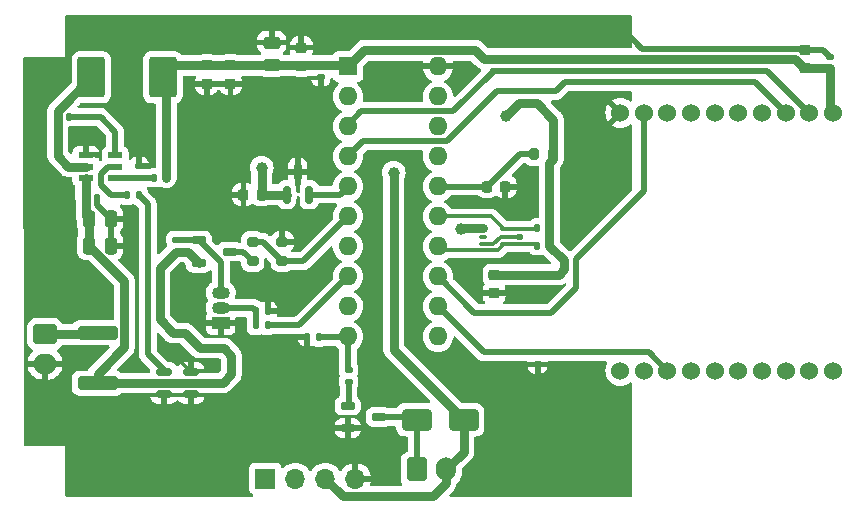
<source format=gtl>
G04 #@! TF.GenerationSoftware,KiCad,Pcbnew,8.0.6*
G04 #@! TF.CreationDate,2025-02-16T16:22:00-07:00*
G04 #@! TF.ProjectId,PACS_1.0,50414353-5f31-42e3-902e-6b696361645f,rev?*
G04 #@! TF.SameCoordinates,Original*
G04 #@! TF.FileFunction,Copper,L1,Top*
G04 #@! TF.FilePolarity,Positive*
%FSLAX46Y46*%
G04 Gerber Fmt 4.6, Leading zero omitted, Abs format (unit mm)*
G04 Created by KiCad (PCBNEW 8.0.6) date 2025-02-16 16:22:00*
%MOMM*%
%LPD*%
G01*
G04 APERTURE LIST*
G04 Aperture macros list*
%AMRoundRect*
0 Rectangle with rounded corners*
0 $1 Rounding radius*
0 $2 $3 $4 $5 $6 $7 $8 $9 X,Y pos of 4 corners*
0 Add a 4 corners polygon primitive as box body*
4,1,4,$2,$3,$4,$5,$6,$7,$8,$9,$2,$3,0*
0 Add four circle primitives for the rounded corners*
1,1,$1+$1,$2,$3*
1,1,$1+$1,$4,$5*
1,1,$1+$1,$6,$7*
1,1,$1+$1,$8,$9*
0 Add four rect primitives between the rounded corners*
20,1,$1+$1,$2,$3,$4,$5,0*
20,1,$1+$1,$4,$5,$6,$7,0*
20,1,$1+$1,$6,$7,$8,$9,0*
20,1,$1+$1,$8,$9,$2,$3,0*%
G04 Aperture macros list end*
G04 #@! TA.AperFunction,ComponentPad*
%ADD10R,1.500000X1.050000*%
G04 #@! TD*
G04 #@! TA.AperFunction,ComponentPad*
%ADD11O,1.500000X1.050000*%
G04 #@! TD*
G04 #@! TA.AperFunction,SMDPad,CuDef*
%ADD12RoundRect,0.140000X-0.140000X-0.170000X0.140000X-0.170000X0.140000X0.170000X-0.140000X0.170000X0*%
G04 #@! TD*
G04 #@! TA.AperFunction,SMDPad,CuDef*
%ADD13RoundRect,0.135000X-0.135000X-0.185000X0.135000X-0.185000X0.135000X0.185000X-0.135000X0.185000X0*%
G04 #@! TD*
G04 #@! TA.AperFunction,ComponentPad*
%ADD14R,1.600000X1.600000*%
G04 #@! TD*
G04 #@! TA.AperFunction,ComponentPad*
%ADD15O,1.600000X1.600000*%
G04 #@! TD*
G04 #@! TA.AperFunction,SMDPad,CuDef*
%ADD16RoundRect,0.200000X0.200000X0.275000X-0.200000X0.275000X-0.200000X-0.275000X0.200000X-0.275000X0*%
G04 #@! TD*
G04 #@! TA.AperFunction,SMDPad,CuDef*
%ADD17RoundRect,0.150000X0.150000X-0.587500X0.150000X0.587500X-0.150000X0.587500X-0.150000X-0.587500X0*%
G04 #@! TD*
G04 #@! TA.AperFunction,SMDPad,CuDef*
%ADD18RoundRect,0.135000X-0.185000X0.135000X-0.185000X-0.135000X0.185000X-0.135000X0.185000X0.135000X0*%
G04 #@! TD*
G04 #@! TA.AperFunction,SMDPad,CuDef*
%ADD19RoundRect,0.225000X0.250000X-0.225000X0.250000X0.225000X-0.250000X0.225000X-0.250000X-0.225000X0*%
G04 #@! TD*
G04 #@! TA.AperFunction,SMDPad,CuDef*
%ADD20RoundRect,0.075000X-0.250000X-0.075000X0.250000X-0.075000X0.250000X0.075000X-0.250000X0.075000X0*%
G04 #@! TD*
G04 #@! TA.AperFunction,SMDPad,CuDef*
%ADD21RoundRect,0.135000X0.135000X0.185000X-0.135000X0.185000X-0.135000X-0.185000X0.135000X-0.185000X0*%
G04 #@! TD*
G04 #@! TA.AperFunction,SMDPad,CuDef*
%ADD22RoundRect,0.250000X-0.250000X-0.475000X0.250000X-0.475000X0.250000X0.475000X-0.250000X0.475000X0*%
G04 #@! TD*
G04 #@! TA.AperFunction,ComponentPad*
%ADD23R,1.700000X1.700000*%
G04 #@! TD*
G04 #@! TA.AperFunction,ComponentPad*
%ADD24O,1.700000X1.700000*%
G04 #@! TD*
G04 #@! TA.AperFunction,SMDPad,CuDef*
%ADD25RoundRect,0.225000X-0.225000X-0.250000X0.225000X-0.250000X0.225000X0.250000X-0.225000X0.250000X0*%
G04 #@! TD*
G04 #@! TA.AperFunction,ComponentPad*
%ADD26RoundRect,0.250000X-0.750000X0.600000X-0.750000X-0.600000X0.750000X-0.600000X0.750000X0.600000X0*%
G04 #@! TD*
G04 #@! TA.AperFunction,ComponentPad*
%ADD27O,2.000000X1.700000*%
G04 #@! TD*
G04 #@! TA.AperFunction,SMDPad,CuDef*
%ADD28RoundRect,0.162500X-0.447500X-0.162500X0.447500X-0.162500X0.447500X0.162500X-0.447500X0.162500X0*%
G04 #@! TD*
G04 #@! TA.AperFunction,SMDPad,CuDef*
%ADD29RoundRect,0.140000X0.140000X0.170000X-0.140000X0.170000X-0.140000X-0.170000X0.140000X-0.170000X0*%
G04 #@! TD*
G04 #@! TA.AperFunction,SMDPad,CuDef*
%ADD30RoundRect,0.225000X-0.250000X0.225000X-0.250000X-0.225000X0.250000X-0.225000X0.250000X0.225000X0*%
G04 #@! TD*
G04 #@! TA.AperFunction,SMDPad,CuDef*
%ADD31RoundRect,0.250000X1.000000X0.650000X-1.000000X0.650000X-1.000000X-0.650000X1.000000X-0.650000X0*%
G04 #@! TD*
G04 #@! TA.AperFunction,SMDPad,CuDef*
%ADD32RoundRect,0.073750X-0.551250X-0.221250X0.551250X-0.221250X0.551250X0.221250X-0.551250X0.221250X0*%
G04 #@! TD*
G04 #@! TA.AperFunction,SMDPad,CuDef*
%ADD33RoundRect,0.250000X-1.450000X0.312500X-1.450000X-0.312500X1.450000X-0.312500X1.450000X0.312500X0*%
G04 #@! TD*
G04 #@! TA.AperFunction,SMDPad,CuDef*
%ADD34RoundRect,0.200000X0.275000X-0.200000X0.275000X0.200000X-0.275000X0.200000X-0.275000X-0.200000X0*%
G04 #@! TD*
G04 #@! TA.AperFunction,SMDPad,CuDef*
%ADD35RoundRect,0.135000X0.185000X-0.135000X0.185000X0.135000X-0.185000X0.135000X-0.185000X-0.135000X0*%
G04 #@! TD*
G04 #@! TA.AperFunction,SMDPad,CuDef*
%ADD36RoundRect,0.140000X-0.170000X0.140000X-0.170000X-0.140000X0.170000X-0.140000X0.170000X0.140000X0*%
G04 #@! TD*
G04 #@! TA.AperFunction,SMDPad,CuDef*
%ADD37RoundRect,0.140000X0.170000X-0.140000X0.170000X0.140000X-0.170000X0.140000X-0.170000X-0.140000X0*%
G04 #@! TD*
G04 #@! TA.AperFunction,ComponentPad*
%ADD38RoundRect,0.250000X-0.600000X-0.750000X0.600000X-0.750000X0.600000X0.750000X-0.600000X0.750000X0*%
G04 #@! TD*
G04 #@! TA.AperFunction,ComponentPad*
%ADD39O,1.700000X2.000000*%
G04 #@! TD*
G04 #@! TA.AperFunction,SMDPad,CuDef*
%ADD40RoundRect,0.250000X0.475000X-0.250000X0.475000X0.250000X-0.475000X0.250000X-0.475000X-0.250000X0*%
G04 #@! TD*
G04 #@! TA.AperFunction,SMDPad,CuDef*
%ADD41RoundRect,0.235000X-0.940000X-1.465000X0.940000X-1.465000X0.940000X1.465000X-0.940000X1.465000X0*%
G04 #@! TD*
G04 #@! TA.AperFunction,ComponentPad*
%ADD42C,1.524000*%
G04 #@! TD*
G04 #@! TA.AperFunction,SMDPad,CuDef*
%ADD43RoundRect,0.150000X-0.512500X-0.150000X0.512500X-0.150000X0.512500X0.150000X-0.512500X0.150000X0*%
G04 #@! TD*
G04 #@! TA.AperFunction,ViaPad*
%ADD44C,0.600000*%
G04 #@! TD*
G04 #@! TA.AperFunction,ViaPad*
%ADD45C,1.000000*%
G04 #@! TD*
G04 #@! TA.AperFunction,Conductor*
%ADD46C,0.500000*%
G04 #@! TD*
G04 #@! TA.AperFunction,Conductor*
%ADD47C,0.250000*%
G04 #@! TD*
G04 #@! TA.AperFunction,Conductor*
%ADD48C,0.300000*%
G04 #@! TD*
G04 #@! TA.AperFunction,Conductor*
%ADD49C,0.750000*%
G04 #@! TD*
G04 APERTURE END LIST*
D10*
X160925000Y-96020000D03*
D11*
X160925000Y-94750000D03*
X160925000Y-93480000D03*
D12*
X149520000Y-85500000D03*
X150480000Y-85500000D03*
D13*
X168240000Y-97250000D03*
X169260000Y-97250000D03*
X189990000Y-91500000D03*
X191010000Y-91500000D03*
D14*
X171700000Y-74325000D03*
D15*
X171700000Y-76865000D03*
X171700000Y-79405000D03*
X171700000Y-81945000D03*
X171700000Y-84485000D03*
X171700000Y-87025000D03*
X171700000Y-89565000D03*
X171700000Y-92105000D03*
X171700000Y-94645000D03*
X171700000Y-97185000D03*
X179320000Y-97185000D03*
X179320000Y-94645000D03*
X179320000Y-92105000D03*
X179320000Y-89565000D03*
X179320000Y-87025000D03*
X179320000Y-84485000D03*
X179320000Y-81945000D03*
X179320000Y-79405000D03*
X179320000Y-76865000D03*
X179320000Y-74325000D03*
D16*
X189075000Y-81750000D03*
X187425000Y-81750000D03*
D17*
X166500000Y-85175000D03*
X168400000Y-85175000D03*
X167450000Y-83300000D03*
D18*
X171750000Y-99990000D03*
X171750000Y-101010000D03*
D19*
X167750000Y-74275000D03*
X167750000Y-72725000D03*
D20*
X183100000Y-88100000D03*
X183100000Y-88750000D03*
X183100000Y-89400000D03*
X184900000Y-89400000D03*
X184900000Y-88750000D03*
X184900000Y-88100000D03*
D21*
X154010000Y-85250000D03*
X152990000Y-85250000D03*
D22*
X149750000Y-87250000D03*
X151650000Y-87250000D03*
D23*
X164700000Y-109225000D03*
D24*
X167240000Y-109225000D03*
X169780000Y-109225000D03*
X172320000Y-109225000D03*
D18*
X184050000Y-73665000D03*
X184050000Y-74685000D03*
D25*
X183475000Y-84500000D03*
X185025000Y-84500000D03*
X162850000Y-85175000D03*
X164400000Y-85175000D03*
D21*
X155760000Y-95750000D03*
X154740000Y-95750000D03*
D26*
X146050000Y-97000000D03*
D27*
X146050000Y-99500000D03*
D28*
X159080000Y-89050000D03*
X159080000Y-90950000D03*
X161700000Y-90000000D03*
D29*
X148080000Y-78600000D03*
X147120000Y-78600000D03*
D19*
X184070000Y-93525000D03*
X184070000Y-91975000D03*
D18*
X187750000Y-98540000D03*
X187750000Y-99560000D03*
D30*
X161750000Y-74225000D03*
X161750000Y-75775000D03*
D31*
X181500000Y-104250000D03*
X177500000Y-104250000D03*
D32*
X149490000Y-81850000D03*
X149490000Y-82800000D03*
X149490000Y-83750000D03*
X152000000Y-83750000D03*
X152000000Y-82800000D03*
X152000000Y-81850000D03*
D19*
X210400000Y-74450000D03*
X210400000Y-72900000D03*
D33*
X150500000Y-96862500D03*
X150500000Y-101137500D03*
D30*
X159750000Y-74225000D03*
X159750000Y-75775000D03*
D21*
X188760000Y-89500000D03*
X187740000Y-89500000D03*
D34*
X166140000Y-90825000D03*
X166140000Y-89175000D03*
D35*
X157140000Y-90010000D03*
X157140000Y-88990000D03*
D22*
X149750000Y-89500000D03*
X151650000Y-89500000D03*
D36*
X169400000Y-74295000D03*
X169400000Y-75255000D03*
D34*
X163640000Y-90825000D03*
X163640000Y-89175000D03*
D37*
X212550000Y-74505000D03*
X212550000Y-73545000D03*
D13*
X163880000Y-95000000D03*
X164900000Y-95000000D03*
D21*
X164900000Y-96250000D03*
X163880000Y-96250000D03*
X188760000Y-88000000D03*
X187740000Y-88000000D03*
D38*
X177500000Y-108450000D03*
D39*
X180000000Y-108450000D03*
D28*
X171690000Y-103050000D03*
X171690000Y-104950000D03*
X174310000Y-104000000D03*
D40*
X165250000Y-74200000D03*
X165250000Y-72300000D03*
D41*
X149975000Y-75250000D03*
X156025000Y-75250000D03*
D13*
X155290000Y-83750000D03*
X156310000Y-83750000D03*
D42*
X212750000Y-78250000D03*
X210750000Y-78250000D03*
X208750000Y-78250000D03*
X206750000Y-78250000D03*
X204750000Y-78250000D03*
X202750000Y-78250000D03*
X200750000Y-78250000D03*
X198750000Y-78250000D03*
X196750000Y-78250000D03*
X194750000Y-78250000D03*
X194750000Y-100094000D03*
X196750000Y-100094000D03*
X198750000Y-100094000D03*
X200750000Y-100094000D03*
X202750000Y-100094000D03*
X204750000Y-100094000D03*
X206750000Y-100094000D03*
X208750000Y-100094000D03*
X210750000Y-100094000D03*
X212750000Y-100094000D03*
D35*
X186450000Y-77460000D03*
X186450000Y-76440000D03*
D43*
X156112500Y-100175000D03*
X156112500Y-101125000D03*
X156112500Y-102075000D03*
X158387500Y-102075000D03*
X158387500Y-100175000D03*
D35*
X154000000Y-83760000D03*
X154000000Y-82740000D03*
D44*
X157500000Y-91750000D03*
X157600000Y-95550000D03*
X183250000Y-109800000D03*
X175500000Y-105700000D03*
X185525000Y-100825000D03*
X191250000Y-99850000D03*
X165150000Y-75800000D03*
X153300000Y-89800000D03*
X156574169Y-98500000D03*
X161150000Y-86200000D03*
X182025000Y-101875000D03*
X153100000Y-107850000D03*
X176800000Y-101700000D03*
X157600000Y-94550000D03*
X150775000Y-105750000D03*
X163425000Y-98975000D03*
X187825000Y-103025000D03*
X187850000Y-108650000D03*
X157650000Y-110150000D03*
X153300000Y-88650000D03*
X161050000Y-103450000D03*
X169000000Y-80950000D03*
X173800000Y-92225000D03*
X164600000Y-98975000D03*
X160000000Y-83950000D03*
X177250000Y-97850000D03*
X151925000Y-105750000D03*
X153075000Y-105750000D03*
X166100000Y-81800000D03*
X147850000Y-74350000D03*
X169000000Y-78950000D03*
X159950000Y-104600000D03*
X164600000Y-101150000D03*
X162800000Y-72850000D03*
X152500000Y-73050000D03*
X191650000Y-79200000D03*
X184400000Y-106350000D03*
X165700000Y-100125000D03*
X169900000Y-106700000D03*
X165350000Y-86600000D03*
X178350000Y-99000000D03*
X193875000Y-82450000D03*
X146225000Y-105750000D03*
X161050000Y-102500000D03*
X156500000Y-110150000D03*
X184375000Y-104175000D03*
X186300000Y-86850000D03*
X162850000Y-79600000D03*
X155375000Y-103450000D03*
X180878892Y-98562928D03*
X162800000Y-70850000D03*
X182025000Y-100825000D03*
X151950000Y-109000000D03*
X144600000Y-79631222D03*
X157625000Y-103450000D03*
X146061436Y-91664838D03*
X144600000Y-74381222D03*
X146045412Y-87218778D03*
X160500000Y-70850000D03*
X144595412Y-75400000D03*
X180875000Y-99700000D03*
X151925000Y-104600000D03*
X177250000Y-86800000D03*
X157700000Y-86200000D03*
X149800000Y-92800000D03*
X190100000Y-101875000D03*
X195025000Y-81400000D03*
X164600000Y-100125000D03*
X193550000Y-108650000D03*
X148650000Y-92800000D03*
X168800000Y-106700000D03*
X177250000Y-88975000D03*
X191300000Y-71000000D03*
X177250000Y-82200000D03*
X161750000Y-79600000D03*
X144895412Y-85118778D03*
X159950000Y-107850000D03*
X193875000Y-84750000D03*
X154800000Y-79450000D03*
X190100000Y-108650000D03*
X153300000Y-90950000D03*
X168650000Y-86750000D03*
X147375000Y-103450000D03*
X175450000Y-101700000D03*
X170000000Y-78950000D03*
X192725000Y-82450000D03*
X185550000Y-108650000D03*
X165850000Y-92250000D03*
X156525000Y-105750000D03*
X158300000Y-79600000D03*
X148650000Y-93850000D03*
X176125000Y-74450000D03*
X183175000Y-101875000D03*
X150800000Y-106700000D03*
X185550000Y-106350000D03*
X192725000Y-83600000D03*
X148500000Y-109000000D03*
X191250000Y-105325000D03*
X194700000Y-103025000D03*
X151925000Y-103450000D03*
X147211436Y-90614838D03*
X194750000Y-72200000D03*
X158850000Y-85100000D03*
X151950000Y-110150000D03*
X192400000Y-100825000D03*
X183227265Y-99848703D03*
X150950000Y-93850000D03*
X186850000Y-94075000D03*
X173800000Y-85650000D03*
X186675000Y-104175000D03*
X153650000Y-70850000D03*
X187450000Y-86850000D03*
X145745412Y-75400000D03*
X158800000Y-107850000D03*
X149125000Y-70850000D03*
X177250000Y-84500000D03*
X181550000Y-75200000D03*
X156500000Y-106700000D03*
X156525000Y-103450000D03*
X160600000Y-81750000D03*
X188950000Y-105325000D03*
X153650000Y-79450000D03*
X192400000Y-101875000D03*
X194700000Y-105325000D03*
X158800000Y-109000000D03*
X168800000Y-105550000D03*
X158300000Y-82900000D03*
X193525000Y-71000000D03*
X162200000Y-102300000D03*
X151950000Y-106700000D03*
X150350000Y-80600000D03*
X150800000Y-107850000D03*
X193875000Y-83600000D03*
X184375000Y-103025000D03*
X186675000Y-72150000D03*
X190500000Y-80250000D03*
X192400000Y-99850000D03*
X150800000Y-110150000D03*
X188950000Y-107500000D03*
X155375000Y-105750000D03*
X188950000Y-103025000D03*
X173800000Y-97850000D03*
X184450000Y-71000000D03*
X153645412Y-77168778D03*
X154200000Y-106700000D03*
X182375000Y-90950000D03*
X185527265Y-99848703D03*
X169900000Y-102300000D03*
X150350000Y-79750000D03*
X169950000Y-77850000D03*
X159950000Y-103450000D03*
X146061436Y-90614838D03*
X152495412Y-77168778D03*
X187450000Y-85025000D03*
X162250000Y-91450000D03*
X152500000Y-70850000D03*
X187850000Y-106350000D03*
X163450000Y-106700000D03*
X148525000Y-105750000D03*
X164000000Y-80100000D03*
X165700000Y-101150000D03*
X168800000Y-101150000D03*
X153100000Y-110150000D03*
X158200000Y-71900000D03*
X173800000Y-95550000D03*
X144911436Y-90614838D03*
X155375000Y-104600000D03*
X185550000Y-109800000D03*
X173800000Y-94400000D03*
X159450000Y-81750000D03*
X159950000Y-105750000D03*
X153000000Y-99800000D03*
X193550000Y-106350000D03*
X145750000Y-79631222D03*
X150775000Y-103450000D03*
X190100000Y-107500000D03*
X184400000Y-105350000D03*
X167550000Y-89000000D03*
X173350000Y-106700000D03*
X157600000Y-92650000D03*
X154200000Y-109000000D03*
X145750000Y-74381222D03*
X190500000Y-85825000D03*
X159450000Y-80600000D03*
X151350000Y-70850000D03*
X161050000Y-110150000D03*
X186675000Y-103025000D03*
X156500000Y-107850000D03*
X160500000Y-72850000D03*
X177250000Y-92225000D03*
X166300000Y-75800000D03*
X195025000Y-82450000D03*
X167550000Y-86750000D03*
X170000000Y-79950000D03*
X144895412Y-89518778D03*
X191250000Y-107500000D03*
X190100000Y-104175000D03*
X177250000Y-96700000D03*
X193550000Y-107500000D03*
X155838275Y-97695474D03*
X168800000Y-100125000D03*
X188050000Y-94075000D03*
X164600000Y-103450000D03*
X157625000Y-104600000D03*
X192725000Y-84750000D03*
X153650000Y-73050000D03*
X194700000Y-108650000D03*
X177250000Y-87825000D03*
X167050000Y-80950000D03*
X170675000Y-70550000D03*
X188050000Y-93200000D03*
X165700000Y-98975000D03*
X176125000Y-75550000D03*
X169550000Y-70550000D03*
X159950000Y-110150000D03*
X146045412Y-88368778D03*
X185525000Y-104175000D03*
X148500000Y-106700000D03*
X190500000Y-84750000D03*
X158300000Y-80600000D03*
X169750000Y-86750000D03*
X162850000Y-78450000D03*
X149650000Y-98850000D03*
X180725000Y-85775000D03*
X161750000Y-78450000D03*
X163450000Y-105550000D03*
X153650000Y-76150000D03*
X165700000Y-106700000D03*
X152495412Y-74068778D03*
X165150000Y-76800000D03*
X147375000Y-104600000D03*
X193875000Y-80250000D03*
X153645412Y-74068778D03*
X183175000Y-100825000D03*
X163575000Y-92250000D03*
X177250000Y-85650000D03*
X164000000Y-78950000D03*
X164000000Y-77800000D03*
X193550000Y-104175000D03*
X148500000Y-110150000D03*
X164600000Y-102300000D03*
X177250000Y-74450000D03*
X191300000Y-88650000D03*
X144600000Y-76531222D03*
X161050000Y-104600000D03*
X195025000Y-84750000D03*
X158775000Y-104600000D03*
X184400000Y-109800000D03*
X145075000Y-103450000D03*
X162150000Y-86600000D03*
X149650000Y-106700000D03*
X186700000Y-107500000D03*
X192400000Y-109800000D03*
X192725000Y-77050000D03*
X185700000Y-94075000D03*
X191250000Y-109800000D03*
X158775000Y-105750000D03*
X189100000Y-99800000D03*
X150800000Y-109000000D03*
X161650000Y-70850000D03*
X160000000Y-86200000D03*
X191650000Y-85825000D03*
X187700000Y-90700000D03*
X194700000Y-107500000D03*
X187450000Y-83325000D03*
X159450000Y-82900000D03*
X146704588Y-75481222D03*
X148525000Y-104600000D03*
X146700000Y-74350000D03*
X187450000Y-84150000D03*
X153100000Y-106700000D03*
X155350000Y-109000000D03*
X157650000Y-107850000D03*
X166300000Y-77800000D03*
X190100000Y-100825000D03*
X160600000Y-80600000D03*
X150775000Y-104600000D03*
X158200000Y-70850000D03*
X159950000Y-109000000D03*
X187850000Y-107500000D03*
X163300000Y-86600000D03*
X180950000Y-75950000D03*
X159350000Y-70850000D03*
X161050000Y-106700000D03*
X153300000Y-87600000D03*
X169900000Y-105550000D03*
X193550000Y-105325000D03*
X160600000Y-79600000D03*
X186700000Y-105350000D03*
X174950000Y-74450000D03*
X173800000Y-86800000D03*
X161750000Y-80600000D03*
X194700000Y-106350000D03*
X177250000Y-76700000D03*
X181225000Y-91825000D03*
X177250000Y-83350000D03*
X195025000Y-83600000D03*
X185550000Y-107500000D03*
X165700000Y-103450000D03*
X146225000Y-104600000D03*
X190100000Y-105325000D03*
X169900000Y-100125000D03*
X157700000Y-85100000D03*
X192725000Y-85775000D03*
X177250000Y-91075000D03*
X158850000Y-86200000D03*
X194700000Y-101875000D03*
X173800000Y-89925000D03*
X170000000Y-80950000D03*
X145750000Y-80681222D03*
X173800000Y-88975000D03*
X168000000Y-80950000D03*
X161050000Y-105750000D03*
X149350000Y-79750000D03*
X148500000Y-107850000D03*
X173200000Y-99175000D03*
X157600000Y-93600000D03*
X195025000Y-80250000D03*
X186675000Y-71000000D03*
X144900000Y-83050000D03*
X158775000Y-103450000D03*
X185525000Y-101875000D03*
X185700000Y-93200000D03*
X164000000Y-76800000D03*
X190025000Y-71000000D03*
X149650000Y-109000000D03*
X191250000Y-100825000D03*
X186700000Y-108650000D03*
X171825000Y-71650000D03*
X167000000Y-92250000D03*
X186300000Y-85025000D03*
X173800000Y-96700000D03*
X159450000Y-78450000D03*
X154225000Y-104600000D03*
X156500000Y-109000000D03*
X192400000Y-108650000D03*
X153300000Y-86550000D03*
X186700000Y-106350000D03*
X186300000Y-84150000D03*
X172900000Y-70550000D03*
X191250000Y-101875000D03*
X193000000Y-86800000D03*
X190100000Y-99850000D03*
X192400000Y-105325000D03*
X192400000Y-104175000D03*
X149430062Y-91654941D03*
X167450000Y-76800000D03*
X184375000Y-101875000D03*
X192400000Y-103025000D03*
X185525000Y-103025000D03*
X172175000Y-106700000D03*
X160600000Y-78450000D03*
X159450000Y-79600000D03*
X192725000Y-78050000D03*
X190100000Y-109800000D03*
X163425000Y-101150000D03*
X149675000Y-104600000D03*
X154200000Y-107850000D03*
X154225000Y-105750000D03*
X187850000Y-105350000D03*
X158300000Y-81750000D03*
X152500000Y-76150000D03*
X158300000Y-78450000D03*
X193525000Y-72150000D03*
X173800000Y-84500000D03*
X192400000Y-107500000D03*
X161650000Y-72850000D03*
X177250000Y-75550000D03*
X164600000Y-106700000D03*
X154200000Y-110150000D03*
X181025000Y-74350000D03*
X185600000Y-71000000D03*
X173800000Y-93375000D03*
X146225000Y-103450000D03*
X162200000Y-103450000D03*
X192400000Y-106350000D03*
X160500000Y-71900000D03*
X188950000Y-104175000D03*
X168800000Y-102300000D03*
X182050000Y-74450000D03*
X169000000Y-79950000D03*
X146750000Y-76500000D03*
X153075000Y-104600000D03*
X162200000Y-104600000D03*
X144895412Y-86168778D03*
X173800000Y-82200000D03*
X191300000Y-72150000D03*
X170675000Y-71650000D03*
X193875000Y-85775000D03*
X144895412Y-88368778D03*
X186300000Y-85975000D03*
X161650000Y-71900000D03*
X158800000Y-110150000D03*
X164600000Y-104400000D03*
X187850000Y-109800000D03*
X191650000Y-84750000D03*
X186275000Y-88750000D03*
X191650000Y-77050000D03*
X153075000Y-103450000D03*
X159950000Y-106700000D03*
X165700000Y-102300000D03*
X169900000Y-101150000D03*
X190100000Y-103025000D03*
X192450000Y-72150000D03*
X152500000Y-75100000D03*
X144895412Y-87218778D03*
X162200000Y-105750000D03*
X188950000Y-108650000D03*
X149650000Y-110150000D03*
X146045412Y-86168778D03*
X148525000Y-103450000D03*
X148450000Y-79750000D03*
X157650000Y-109000000D03*
X145745412Y-81700000D03*
X162850000Y-81750000D03*
X163425000Y-103450000D03*
X185350000Y-85975000D03*
X165700000Y-104400000D03*
X163450000Y-104400000D03*
X164350000Y-86600000D03*
X155350000Y-107850000D03*
X192150000Y-87700000D03*
X188950000Y-106350000D03*
X158850000Y-87350000D03*
X174300000Y-99175000D03*
X154100000Y-99800000D03*
X193875000Y-81400000D03*
X194800000Y-71025000D03*
X155350000Y-106700000D03*
X187450000Y-85975000D03*
X147375000Y-105750000D03*
X162200000Y-110150000D03*
X186700000Y-109800000D03*
X171825000Y-70550000D03*
X166300000Y-76800000D03*
X193550000Y-109800000D03*
X167450000Y-75800000D03*
X164000000Y-75800000D03*
X191250000Y-104175000D03*
X166550000Y-86750000D03*
X190500000Y-83600000D03*
X193550000Y-101875000D03*
X179650000Y-99700000D03*
X181675000Y-85775000D03*
X157625000Y-105750000D03*
X192725000Y-80250000D03*
X144900000Y-84100000D03*
X188950000Y-109800000D03*
X165700000Y-105550000D03*
X161750000Y-81750000D03*
X158200000Y-72850000D03*
X159350000Y-71900000D03*
X191650000Y-83600000D03*
X144595412Y-81700000D03*
X163425000Y-102300000D03*
X193550000Y-103025000D03*
X187800000Y-72150000D03*
X154225000Y-103450000D03*
X149350000Y-80600000D03*
X182025000Y-99700000D03*
X160250000Y-99750000D03*
X181225000Y-90950000D03*
X187825000Y-104175000D03*
X160000000Y-85100000D03*
X146045412Y-89518778D03*
X186300000Y-83325000D03*
X176125000Y-76700000D03*
X186500000Y-99850000D03*
X145750000Y-76531222D03*
X186850000Y-93200000D03*
X148450000Y-80600000D03*
X158800000Y-106700000D03*
X153100000Y-109000000D03*
X173800000Y-87825000D03*
X147588364Y-92687972D03*
X155350000Y-110150000D03*
X191650000Y-78050000D03*
X165150000Y-78950000D03*
X162800000Y-71900000D03*
X147854588Y-75481222D03*
X190500000Y-79200000D03*
X146050000Y-84100000D03*
X188950000Y-71000000D03*
X162200000Y-106700000D03*
X192725000Y-81400000D03*
X189200000Y-93200000D03*
X148216024Y-90596060D03*
X145075000Y-104600000D03*
X191250000Y-103025000D03*
X185350000Y-86850000D03*
X156525000Y-104600000D03*
X177250000Y-94400000D03*
X144600000Y-80681222D03*
X161150000Y-85100000D03*
X177250000Y-95550000D03*
X147211436Y-91664838D03*
X192725000Y-79200000D03*
X149800000Y-93850000D03*
X191650000Y-80250000D03*
X184377265Y-99848703D03*
X174950000Y-75550000D03*
X149675000Y-103450000D03*
X165150000Y-77800000D03*
X185600000Y-72150000D03*
X153650000Y-75100000D03*
X162850000Y-80600000D03*
X157425000Y-99000000D03*
X162150000Y-87750000D03*
X185550000Y-105350000D03*
X173800000Y-83350000D03*
X168000000Y-79950000D03*
X151950000Y-107850000D03*
X159350000Y-72850000D03*
X184375000Y-100825000D03*
X150950000Y-92800000D03*
X145075000Y-105750000D03*
X187800000Y-71000000D03*
X192450000Y-71000000D03*
X164600000Y-105550000D03*
X149650000Y-107850000D03*
X148650000Y-95000000D03*
X190025000Y-72150000D03*
X144911436Y-91664838D03*
X177250000Y-89925000D03*
X157650000Y-106700000D03*
X164750000Y-92250000D03*
X163425000Y-100125000D03*
X188950000Y-72150000D03*
X148280062Y-91654941D03*
X171075000Y-106700000D03*
X173825000Y-74450000D03*
X194700000Y-104175000D03*
X191250000Y-108650000D03*
X194700000Y-109800000D03*
X146045412Y-85118778D03*
X190100000Y-106350000D03*
X173800000Y-91075000D03*
X147200000Y-84100000D03*
X177250000Y-93375000D03*
X149675000Y-105750000D03*
X150275000Y-70850000D03*
X191250000Y-106350000D03*
D45*
X185050000Y-78550000D03*
X175575000Y-83325000D03*
X181300000Y-88100000D03*
X164400000Y-82900000D03*
D44*
X169550000Y-71650000D03*
X174200000Y-101700000D03*
X173100000Y-101700000D03*
D46*
X196615000Y-72840000D02*
X210340000Y-72840000D01*
X194800000Y-71025000D02*
X196615000Y-72840000D01*
X210340000Y-72840000D02*
X210400000Y-72900000D01*
X210400000Y-72900000D02*
X211905000Y-72900000D01*
X211905000Y-72900000D02*
X212550000Y-73545000D01*
D47*
X157425000Y-99000000D02*
X157425000Y-99212500D01*
X157425000Y-99212500D02*
X158387500Y-100175000D01*
D48*
X183100000Y-89400000D02*
X183971880Y-89400000D01*
D46*
X150480000Y-86080000D02*
X151650000Y-87250000D01*
D48*
X183971880Y-89400000D02*
X184621880Y-88750000D01*
X184621880Y-88750000D02*
X184900000Y-88750000D01*
D46*
X150480000Y-85500000D02*
X150480000Y-86080000D01*
D47*
X149350000Y-80600000D02*
X149350000Y-81710000D01*
D48*
X184900000Y-88750000D02*
X186275000Y-88750000D01*
D47*
X149350000Y-81710000D02*
X149490000Y-81850000D01*
D46*
X179335000Y-84500000D02*
X179320000Y-84485000D01*
X186225000Y-81750000D02*
X187425000Y-81750000D01*
X183475000Y-84500000D02*
X179335000Y-84500000D01*
X183475000Y-84500000D02*
X186225000Y-81750000D01*
D49*
X173075000Y-72950000D02*
X171700000Y-74325000D01*
X209552394Y-73665000D02*
X210337394Y-74450000D01*
X180000000Y-108450000D02*
X180000000Y-109600000D01*
X181375000Y-88025000D02*
X183100000Y-88025000D01*
X157050000Y-74225000D02*
X159750000Y-74225000D01*
X188760000Y-89500000D02*
X188760000Y-89510000D01*
X189075000Y-78835000D02*
X189075000Y-81750000D01*
X182460000Y-72950000D02*
X183175000Y-73665000D01*
X188760000Y-82490000D02*
X188760000Y-89500000D01*
X210337394Y-74450000D02*
X210400000Y-74450000D01*
X212550000Y-74505000D02*
X212550000Y-78050000D01*
X186450000Y-77460000D02*
X186140000Y-77460000D01*
X184050000Y-73665000D02*
X209552394Y-73665000D01*
X182460000Y-72950000D02*
X173075000Y-72950000D01*
X210400000Y-74450000D02*
X212495000Y-74450000D01*
X190000000Y-90750000D02*
X189990000Y-90760000D01*
X189075000Y-78835000D02*
X187700000Y-77460000D01*
X156310000Y-83750000D02*
X156310000Y-75535000D01*
X164400000Y-85175000D02*
X166500000Y-85175000D01*
X171600000Y-74225000D02*
X159750000Y-74225000D01*
X156025000Y-75250000D02*
X157050000Y-74225000D01*
X212550000Y-78050000D02*
X212750000Y-78250000D01*
X189540000Y-91950000D02*
X184095000Y-91950000D01*
X156310000Y-75535000D02*
X156025000Y-75250000D01*
X181500000Y-104250000D02*
X175575000Y-98325000D01*
X184095000Y-91950000D02*
X184070000Y-91975000D01*
X178875000Y-110725000D02*
X171280000Y-110725000D01*
X171280000Y-110725000D02*
X169780000Y-109225000D01*
X164400000Y-82900000D02*
X164400000Y-85175000D01*
X183175000Y-73665000D02*
X184050000Y-73665000D01*
X189075000Y-81750000D02*
X189075000Y-82175000D01*
X181500000Y-106950000D02*
X180000000Y-108450000D01*
X189990000Y-90760000D02*
X189990000Y-91500000D01*
X175575000Y-98325000D02*
X175575000Y-83325000D01*
X171700000Y-74325000D02*
X171600000Y-74225000D01*
X189075000Y-82175000D02*
X188760000Y-82490000D01*
X212495000Y-74450000D02*
X212550000Y-74505000D01*
X181300000Y-88100000D02*
X181375000Y-88025000D01*
X181500000Y-104250000D02*
X181500000Y-106950000D01*
X187700000Y-77460000D02*
X186450000Y-77460000D01*
X180000000Y-109600000D02*
X178875000Y-110725000D01*
X186140000Y-77460000D02*
X185050000Y-78550000D01*
X212775000Y-78225000D02*
X212750000Y-78250000D01*
X188760000Y-89510000D02*
X190000000Y-90750000D01*
X189990000Y-91500000D02*
X189540000Y-91950000D01*
X152775000Y-92525000D02*
X152775000Y-98075000D01*
X161075000Y-101125000D02*
X156112500Y-101125000D01*
X149520000Y-85500000D02*
X149520000Y-87020000D01*
X158140000Y-90010000D02*
X159080000Y-90950000D01*
X149750000Y-87250000D02*
X149750000Y-89500000D01*
X159150000Y-98175000D02*
X161200000Y-98175000D01*
X161825000Y-98800000D02*
X161825000Y-100375000D01*
X150500000Y-100350000D02*
X150500000Y-101137500D01*
X157875000Y-96900000D02*
X159150000Y-98175000D01*
X150500000Y-101137500D02*
X156100000Y-101137500D01*
X149490000Y-83750000D02*
X149490000Y-85470000D01*
X149490000Y-85470000D02*
X149520000Y-85500000D01*
X155760000Y-95750000D02*
X155760000Y-91390000D01*
X152775000Y-98075000D02*
X150500000Y-100350000D01*
X161200000Y-98175000D02*
X161825000Y-98800000D01*
X149750000Y-89500000D02*
X152775000Y-92525000D01*
X161825000Y-100375000D02*
X161075000Y-101125000D01*
X155760000Y-95750000D02*
X156910000Y-96900000D01*
X156100000Y-101137500D02*
X156112500Y-101125000D01*
X149520000Y-87020000D02*
X149750000Y-87250000D01*
X155760000Y-91390000D02*
X157140000Y-90010000D01*
X157140000Y-90010000D02*
X158140000Y-90010000D01*
X156910000Y-96900000D02*
X157875000Y-96900000D01*
X147120000Y-78600000D02*
X147120000Y-78105000D01*
X149490000Y-82800000D02*
X148025000Y-82800000D01*
X147120000Y-78105000D02*
X149975000Y-75250000D01*
X148025000Y-82800000D02*
X147120000Y-81895000D01*
X147120000Y-81895000D02*
X147120000Y-78600000D01*
D46*
X152000000Y-81850000D02*
X152000000Y-79850000D01*
X150750000Y-78600000D02*
X148080000Y-78600000D01*
X152000000Y-79850000D02*
X150750000Y-78600000D01*
X174310000Y-104000000D02*
X177250000Y-104000000D01*
X177250000Y-104000000D02*
X177500000Y-104250000D01*
X177500000Y-104250000D02*
X177500000Y-108450000D01*
D49*
X146050000Y-97000000D02*
X150362500Y-97000000D01*
X150362500Y-97000000D02*
X150500000Y-96862500D01*
D46*
X163655000Y-94775000D02*
X160950000Y-94775000D01*
X163880000Y-95000000D02*
X163655000Y-94775000D01*
X163880000Y-95000000D02*
X163880000Y-96250000D01*
X160950000Y-94775000D02*
X160925000Y-94750000D01*
X159020000Y-88990000D02*
X159080000Y-89050000D01*
X157140000Y-88990000D02*
X159020000Y-88990000D01*
X159080000Y-89050000D02*
X160925000Y-90895000D01*
X160925000Y-90895000D02*
X160925000Y-93480000D01*
X171750000Y-101010000D02*
X171750000Y-102990000D01*
X171750000Y-102990000D02*
X171690000Y-103050000D01*
D48*
X187640000Y-89400000D02*
X187740000Y-89500000D01*
X184400000Y-89900000D02*
X179655000Y-89900000D01*
X184900000Y-89400000D02*
X187640000Y-89400000D01*
X184900000Y-89400000D02*
X184400000Y-89900000D01*
X179655000Y-89900000D02*
X179320000Y-89565000D01*
X187640000Y-88100000D02*
X187740000Y-88000000D01*
X183825000Y-87025000D02*
X179320000Y-87025000D01*
X184900000Y-88100000D02*
X187640000Y-88100000D01*
X184900000Y-88100000D02*
X183825000Y-87025000D01*
D46*
X154740000Y-98677500D02*
X154740000Y-95750000D01*
X154740000Y-85980000D02*
X154010000Y-85250000D01*
X156112500Y-100050000D02*
X154740000Y-98677500D01*
X154740000Y-95750000D02*
X154740000Y-85980000D01*
X167555000Y-96250000D02*
X171700000Y-92105000D01*
X164900000Y-96250000D02*
X167555000Y-96250000D01*
X150750000Y-84382619D02*
X151617381Y-85250000D01*
X151617381Y-85250000D02*
X152990000Y-85250000D01*
X150750000Y-83425000D02*
X150750000Y-84382619D01*
X152000000Y-82800000D02*
X151375000Y-82800000D01*
X151375000Y-82800000D02*
X150750000Y-83425000D01*
X153990000Y-83750000D02*
X154000000Y-83760000D01*
X154000000Y-83760000D02*
X155280000Y-83760000D01*
X152000000Y-83750000D02*
X153990000Y-83750000D01*
X155280000Y-83760000D02*
X155290000Y-83750000D01*
X162815000Y-90000000D02*
X163640000Y-90825000D01*
X161700000Y-90000000D02*
X162815000Y-90000000D01*
X166140000Y-90825000D02*
X167900000Y-90825000D01*
X167900000Y-90825000D02*
X171700000Y-87025000D01*
X163640000Y-89175000D02*
X164490000Y-89175000D01*
X164490000Y-89175000D02*
X166140000Y-90825000D01*
X171700000Y-97185000D02*
X171700000Y-99940000D01*
X171635000Y-97250000D02*
X171700000Y-97185000D01*
X169260000Y-97250000D02*
X171635000Y-97250000D01*
X171700000Y-99940000D02*
X171750000Y-99990000D01*
X191010000Y-90590000D02*
X191010000Y-91500000D01*
X196750000Y-78250000D02*
X196750000Y-84850000D01*
X191010000Y-93090000D02*
X188925000Y-95175000D01*
X196750000Y-84850000D02*
X191010000Y-90590000D01*
X191010000Y-91500000D02*
X191010000Y-93090000D01*
X188925000Y-95175000D02*
X182390000Y-95175000D01*
X182390000Y-95175000D02*
X179320000Y-92105000D01*
X180075000Y-80675000D02*
X184310000Y-76440000D01*
X171700000Y-81945000D02*
X172970000Y-80675000D01*
X206140000Y-75640000D02*
X208750000Y-78250000D01*
X186450000Y-76440000D02*
X189285000Y-76440000D01*
X172970000Y-80675000D02*
X180075000Y-80675000D01*
X189285000Y-76440000D02*
X190085000Y-75640000D01*
X190085000Y-75640000D02*
X206140000Y-75640000D01*
X184310000Y-76440000D02*
X186450000Y-76440000D01*
X184050000Y-74685000D02*
X207185000Y-74685000D01*
X207185000Y-74685000D02*
X210750000Y-78250000D01*
X171700000Y-79260000D02*
X172835000Y-78125000D01*
X172835000Y-78125000D02*
X180610000Y-78125000D01*
X180610000Y-78125000D02*
X184050000Y-74685000D01*
X183215000Y-98540000D02*
X187750000Y-98540000D01*
X179320000Y-94645000D02*
X183215000Y-98540000D01*
X197196000Y-98540000D02*
X198750000Y-100094000D01*
X187750000Y-98540000D02*
X197196000Y-98540000D01*
X168400000Y-85175000D02*
X171010000Y-85175000D01*
X171010000Y-85175000D02*
X171700000Y-84485000D01*
G04 #@! TA.AperFunction,Conductor*
G36*
X195693039Y-70019685D02*
G01*
X195738794Y-70072489D01*
X195750000Y-70124000D01*
X195750000Y-72665500D01*
X195730315Y-72732539D01*
X195677511Y-72778294D01*
X195626000Y-72789500D01*
X183589006Y-72789500D01*
X183521967Y-72769815D01*
X183501325Y-72753181D01*
X183018102Y-72269957D01*
X183018098Y-72269954D01*
X182874711Y-72174145D01*
X182874698Y-72174138D01*
X182715378Y-72108146D01*
X182715366Y-72108143D01*
X182546232Y-72074500D01*
X182546229Y-72074500D01*
X172988771Y-72074500D01*
X172988768Y-72074500D01*
X172819633Y-72108143D01*
X172819621Y-72108146D01*
X172660301Y-72174138D01*
X172660288Y-72174145D01*
X172516901Y-72269954D01*
X172516897Y-72269957D01*
X171798673Y-72988181D01*
X171737350Y-73021666D01*
X171710992Y-73024500D01*
X170852129Y-73024500D01*
X170852123Y-73024501D01*
X170792516Y-73030908D01*
X170657671Y-73081202D01*
X170657664Y-73081206D01*
X170542455Y-73167452D01*
X170542452Y-73167455D01*
X170456207Y-73282663D01*
X170454973Y-73284924D01*
X170453150Y-73286746D01*
X170450888Y-73289769D01*
X170450453Y-73289443D01*
X170405569Y-73334331D01*
X170346139Y-73349500D01*
X168803107Y-73349500D01*
X168736068Y-73329815D01*
X168690313Y-73277011D01*
X168680369Y-73207853D01*
X168685401Y-73186496D01*
X168714855Y-73097606D01*
X168724999Y-72998322D01*
X168725000Y-72998309D01*
X168725000Y-72975000D01*
X166775001Y-72975000D01*
X166775001Y-72998322D01*
X166785144Y-73097607D01*
X166814599Y-73186496D01*
X166817001Y-73256324D01*
X166781269Y-73316366D01*
X166718749Y-73347559D01*
X166696893Y-73349500D01*
X166285523Y-73349500D01*
X166218484Y-73329815D01*
X166172729Y-73277011D01*
X166162785Y-73207853D01*
X166191810Y-73144297D01*
X166197842Y-73137819D01*
X166317315Y-73018345D01*
X166409356Y-72869124D01*
X166409358Y-72869119D01*
X166464505Y-72702697D01*
X166464506Y-72702690D01*
X166474999Y-72599986D01*
X166475000Y-72599973D01*
X166475000Y-72550000D01*
X164025001Y-72550000D01*
X164025001Y-72599986D01*
X164035494Y-72702697D01*
X164090641Y-72869119D01*
X164090643Y-72869124D01*
X164182684Y-73018345D01*
X164302158Y-73137819D01*
X164335643Y-73199142D01*
X164330659Y-73268834D01*
X164288787Y-73324767D01*
X164223323Y-73349184D01*
X164214477Y-73349500D01*
X162360855Y-73349500D01*
X162315802Y-73339512D01*
X162315552Y-73340269D01*
X162308698Y-73337998D01*
X162308697Y-73337997D01*
X162214766Y-73306871D01*
X162147709Y-73284651D01*
X162048346Y-73274500D01*
X161451662Y-73274500D01*
X161451644Y-73274501D01*
X161352292Y-73284650D01*
X161352289Y-73284651D01*
X161240469Y-73321705D01*
X161191303Y-73337997D01*
X161191301Y-73337997D01*
X161184448Y-73340269D01*
X161184197Y-73339512D01*
X161139145Y-73349500D01*
X160360855Y-73349500D01*
X160315802Y-73339512D01*
X160315552Y-73340269D01*
X160308698Y-73337998D01*
X160308697Y-73337997D01*
X160214766Y-73306871D01*
X160147709Y-73284651D01*
X160048346Y-73274500D01*
X159451662Y-73274500D01*
X159451644Y-73274501D01*
X159352292Y-73284650D01*
X159352289Y-73284651D01*
X159240469Y-73321705D01*
X159191303Y-73337997D01*
X159191301Y-73337997D01*
X159184448Y-73340269D01*
X159184197Y-73339512D01*
X159139145Y-73349500D01*
X157621016Y-73349500D01*
X157553977Y-73329815D01*
X157533335Y-73313181D01*
X157424289Y-73204135D01*
X157424285Y-73204132D01*
X157277955Y-73113874D01*
X157277953Y-73113873D01*
X157179358Y-73081202D01*
X157114744Y-73059791D01*
X157114742Y-73059790D01*
X157014012Y-73049500D01*
X155035996Y-73049500D01*
X155035979Y-73049501D01*
X154935256Y-73059790D01*
X154935253Y-73059791D01*
X154772047Y-73113873D01*
X154772044Y-73113874D01*
X154625714Y-73204132D01*
X154625710Y-73204135D01*
X154504135Y-73325710D01*
X154504132Y-73325714D01*
X154413874Y-73472044D01*
X154413873Y-73472046D01*
X154359791Y-73635256D01*
X154359790Y-73635257D01*
X154349500Y-73735981D01*
X154349500Y-76764003D01*
X154349501Y-76764020D01*
X154359790Y-76864743D01*
X154359791Y-76864746D01*
X154413873Y-77027952D01*
X154413874Y-77027955D01*
X154504132Y-77174285D01*
X154504135Y-77174289D01*
X154625710Y-77295864D01*
X154625714Y-77295867D01*
X154772044Y-77386125D01*
X154772046Y-77386126D01*
X154772048Y-77386127D01*
X154935256Y-77440209D01*
X155035989Y-77450500D01*
X155310501Y-77450499D01*
X155377539Y-77470183D01*
X155423294Y-77522987D01*
X155434500Y-77574499D01*
X155434500Y-82805500D01*
X155414815Y-82872539D01*
X155362011Y-82918294D01*
X155310501Y-82929500D01*
X155090830Y-82929500D01*
X155090808Y-82929501D01*
X155054799Y-82932334D01*
X154900607Y-82977131D01*
X154894441Y-82979800D01*
X154845190Y-82990000D01*
X154260409Y-82990000D01*
X154250682Y-82989618D01*
X154249191Y-82989500D01*
X153874000Y-82989500D01*
X153806961Y-82969815D01*
X153761206Y-82917011D01*
X153750000Y-82865500D01*
X153750000Y-82490000D01*
X154250000Y-82490000D01*
X154812844Y-82490000D01*
X154772404Y-82350805D01*
X154690738Y-82212714D01*
X154690731Y-82212705D01*
X154577294Y-82099268D01*
X154577285Y-82099261D01*
X154439191Y-82017593D01*
X154439188Y-82017592D01*
X154285130Y-81972834D01*
X154250000Y-81970068D01*
X154250000Y-82490000D01*
X153750000Y-82490000D01*
X153750000Y-81970068D01*
X153749999Y-81970068D01*
X153714869Y-81972834D01*
X153714868Y-81972834D01*
X153560811Y-82017592D01*
X153560808Y-82017593D01*
X153422714Y-82099261D01*
X153422709Y-82099265D01*
X153337180Y-82184794D01*
X153275856Y-82218278D01*
X153206165Y-82213294D01*
X153150231Y-82171422D01*
X153125815Y-82105957D01*
X153125499Y-82097139D01*
X153125499Y-81591114D01*
X153113308Y-81498511D01*
X153110720Y-81478848D01*
X153110719Y-81478847D01*
X153110719Y-81478841D01*
X153056442Y-81347804D01*
X153052857Y-81339149D01*
X153052856Y-81339148D01*
X153052856Y-81339147D01*
X152960810Y-81219190D01*
X152960808Y-81219189D01*
X152960808Y-81219188D01*
X152840853Y-81127144D01*
X152840849Y-81127141D01*
X152827042Y-81121422D01*
X152772641Y-81077579D01*
X152750579Y-81011284D01*
X152750500Y-81006863D01*
X152750500Y-79776079D01*
X152721659Y-79631092D01*
X152721658Y-79631091D01*
X152721658Y-79631087D01*
X152682282Y-79536024D01*
X152665086Y-79494509D01*
X152665085Y-79494507D01*
X152654599Y-79478814D01*
X152632186Y-79445270D01*
X152628945Y-79440419D01*
X152582956Y-79371589D01*
X152582952Y-79371584D01*
X151228421Y-78017052D01*
X151228414Y-78017046D01*
X151154729Y-77967812D01*
X151154729Y-77967813D01*
X151105491Y-77934913D01*
X150968917Y-77878343D01*
X150968907Y-77878340D01*
X150823920Y-77849500D01*
X150823918Y-77849500D01*
X148913005Y-77849500D01*
X148845966Y-77829815D01*
X148800211Y-77777011D01*
X148790267Y-77707853D01*
X148819292Y-77644297D01*
X148825324Y-77637819D01*
X148976325Y-77486818D01*
X149037648Y-77453333D01*
X149064006Y-77450499D01*
X150964004Y-77450499D01*
X150964010Y-77450499D01*
X151064744Y-77440209D01*
X151227952Y-77386127D01*
X151374289Y-77295865D01*
X151495865Y-77174289D01*
X151586127Y-77027952D01*
X151640209Y-76864744D01*
X151650500Y-76764011D01*
X151650499Y-73735990D01*
X151640209Y-73635256D01*
X151586127Y-73472048D01*
X151510343Y-73349184D01*
X151495867Y-73325714D01*
X151495864Y-73325710D01*
X151374289Y-73204135D01*
X151374285Y-73204132D01*
X151227955Y-73113874D01*
X151227953Y-73113873D01*
X151129358Y-73081202D01*
X151064744Y-73059791D01*
X151064742Y-73059790D01*
X150964012Y-73049500D01*
X148985996Y-73049500D01*
X148985979Y-73049501D01*
X148885256Y-73059790D01*
X148885253Y-73059791D01*
X148722047Y-73113873D01*
X148722044Y-73113874D01*
X148575714Y-73204132D01*
X148575710Y-73204135D01*
X148454135Y-73325710D01*
X148454132Y-73325714D01*
X148363874Y-73472044D01*
X148363873Y-73472046D01*
X148309791Y-73635256D01*
X148309790Y-73635257D01*
X148299500Y-73735981D01*
X148299500Y-75635993D01*
X148279815Y-75703032D01*
X148263181Y-75723674D01*
X147348554Y-76638302D01*
X146561901Y-77424955D01*
X146516673Y-77470183D01*
X146439953Y-77546902D01*
X146344145Y-77690288D01*
X146344138Y-77690301D01*
X146278146Y-77849621D01*
X146278143Y-77849633D01*
X146244500Y-78018766D01*
X146244500Y-81981233D01*
X146278143Y-82150366D01*
X146278146Y-82150378D01*
X146344138Y-82309698D01*
X146344145Y-82309711D01*
X146439954Y-82453098D01*
X146439957Y-82453102D01*
X147466897Y-83480042D01*
X147466901Y-83480045D01*
X147610288Y-83575854D01*
X147610301Y-83575861D01*
X147769621Y-83641853D01*
X147769626Y-83641855D01*
X147938766Y-83675499D01*
X147938769Y-83675500D01*
X147938771Y-83675500D01*
X148111229Y-83675500D01*
X148240500Y-83675500D01*
X148307539Y-83695185D01*
X148353294Y-83747989D01*
X148364500Y-83799499D01*
X148364500Y-84008888D01*
X148379279Y-84121151D01*
X148379282Y-84121162D01*
X148437142Y-84260850D01*
X148437143Y-84260852D01*
X148437144Y-84260853D01*
X148529190Y-84380810D01*
X148560474Y-84404815D01*
X148565986Y-84409044D01*
X148607189Y-84465472D01*
X148614500Y-84507420D01*
X148614500Y-85556229D01*
X148642117Y-85695068D01*
X148644500Y-85719260D01*
X148644500Y-87106233D01*
X148678143Y-87275366D01*
X148678145Y-87275374D01*
X148735226Y-87413181D01*
X148740061Y-87424852D01*
X148749500Y-87472305D01*
X148749500Y-87775000D01*
X148749501Y-87775019D01*
X148760000Y-87877796D01*
X148760001Y-87877799D01*
X148815185Y-88044331D01*
X148815190Y-88044342D01*
X148856038Y-88110566D01*
X148874500Y-88175663D01*
X148874500Y-88574336D01*
X148856039Y-88639432D01*
X148815189Y-88705659D01*
X148815185Y-88705668D01*
X148795752Y-88764313D01*
X148760001Y-88872203D01*
X148760001Y-88872204D01*
X148760000Y-88872204D01*
X148749500Y-88974983D01*
X148749500Y-90025001D01*
X148749501Y-90025019D01*
X148760000Y-90127796D01*
X148760001Y-90127799D01*
X148815185Y-90294331D01*
X148815187Y-90294336D01*
X148831325Y-90320500D01*
X148907288Y-90443656D01*
X149031344Y-90567712D01*
X149180666Y-90659814D01*
X149347203Y-90714999D01*
X149449991Y-90725500D01*
X149685992Y-90725499D01*
X149753032Y-90745183D01*
X149773674Y-90761818D01*
X151863181Y-92851325D01*
X151896666Y-92912648D01*
X151899500Y-92939006D01*
X151899500Y-95675500D01*
X151879815Y-95742539D01*
X151827011Y-95788294D01*
X151775500Y-95799500D01*
X148999998Y-95799500D01*
X148999981Y-95799501D01*
X148897203Y-95810000D01*
X148897200Y-95810001D01*
X148730668Y-95865185D01*
X148730663Y-95865187D01*
X148581342Y-95957289D01*
X148452181Y-96086451D01*
X148450294Y-96084564D01*
X148403375Y-96117788D01*
X148363132Y-96124500D01*
X147581058Y-96124500D01*
X147514019Y-96104815D01*
X147475519Y-96065597D01*
X147392712Y-95931344D01*
X147268656Y-95807288D01*
X147153227Y-95736091D01*
X147119336Y-95715187D01*
X147119331Y-95715185D01*
X147117862Y-95714698D01*
X146952797Y-95660001D01*
X146952795Y-95660000D01*
X146850010Y-95649500D01*
X145249998Y-95649500D01*
X145249981Y-95649501D01*
X145147203Y-95660000D01*
X145147200Y-95660001D01*
X144980668Y-95715185D01*
X144980663Y-95715187D01*
X144831342Y-95807289D01*
X144707289Y-95931342D01*
X144615187Y-96080663D01*
X144615185Y-96080668D01*
X144607184Y-96104815D01*
X144560001Y-96247203D01*
X144560001Y-96247204D01*
X144560000Y-96247204D01*
X144549500Y-96349983D01*
X144549500Y-97650001D01*
X144549501Y-97650018D01*
X144560000Y-97752796D01*
X144560001Y-97752799D01*
X144615185Y-97919331D01*
X144615187Y-97919336D01*
X144628384Y-97940731D01*
X144706676Y-98067664D01*
X144707289Y-98068657D01*
X144831344Y-98192712D01*
X144986558Y-98288448D01*
X145033283Y-98340396D01*
X145044506Y-98409358D01*
X145016663Y-98473441D01*
X145009144Y-98481668D01*
X144870271Y-98620541D01*
X144745379Y-98792442D01*
X144648904Y-98981782D01*
X144583242Y-99183870D01*
X144583242Y-99183873D01*
X144572769Y-99250000D01*
X145616988Y-99250000D01*
X145584075Y-99307007D01*
X145550000Y-99434174D01*
X145550000Y-99565826D01*
X145584075Y-99692993D01*
X145616988Y-99750000D01*
X144572769Y-99750000D01*
X144583242Y-99816126D01*
X144583242Y-99816129D01*
X144648904Y-100018217D01*
X144745379Y-100207557D01*
X144870272Y-100379459D01*
X144870276Y-100379464D01*
X145020535Y-100529723D01*
X145020540Y-100529727D01*
X145192442Y-100654620D01*
X145381782Y-100751095D01*
X145583870Y-100816757D01*
X145793754Y-100850000D01*
X145800000Y-100850000D01*
X145800000Y-99933012D01*
X145857007Y-99965925D01*
X145984174Y-100000000D01*
X146115826Y-100000000D01*
X146242993Y-99965925D01*
X146300000Y-99933012D01*
X146300000Y-100850000D01*
X146306246Y-100850000D01*
X146516127Y-100816757D01*
X146516130Y-100816757D01*
X146718217Y-100751095D01*
X146907557Y-100654620D01*
X147079459Y-100529727D01*
X147079464Y-100529723D01*
X147229723Y-100379464D01*
X147229727Y-100379459D01*
X147354620Y-100207557D01*
X147451095Y-100018217D01*
X147516757Y-99816129D01*
X147516757Y-99816126D01*
X147527231Y-99750000D01*
X146483012Y-99750000D01*
X146515925Y-99692993D01*
X146550000Y-99565826D01*
X146550000Y-99434174D01*
X146515925Y-99307007D01*
X146483012Y-99250000D01*
X147527231Y-99250000D01*
X147516757Y-99183873D01*
X147516757Y-99183870D01*
X147451095Y-98981782D01*
X147354620Y-98792442D01*
X147229727Y-98620540D01*
X147229723Y-98620535D01*
X147090856Y-98481668D01*
X147057371Y-98420345D01*
X147062355Y-98350653D01*
X147104227Y-98294720D01*
X147113441Y-98288448D01*
X147119331Y-98284814D01*
X147119334Y-98284814D01*
X147268656Y-98192712D01*
X147392712Y-98068656D01*
X147475519Y-97934402D01*
X147527467Y-97887679D01*
X147581058Y-97875500D01*
X148757993Y-97875500D01*
X148796997Y-97881794D01*
X148897203Y-97914999D01*
X148999991Y-97925500D01*
X151386994Y-97925499D01*
X151454033Y-97945184D01*
X151499788Y-97997987D01*
X151509732Y-98067146D01*
X151480707Y-98130702D01*
X151474675Y-98137180D01*
X150661002Y-98950854D01*
X149941901Y-99669955D01*
X149899199Y-99712657D01*
X149819953Y-99791902D01*
X149724145Y-99935288D01*
X149724137Y-99935303D01*
X149698186Y-99997954D01*
X149654345Y-100052357D01*
X149588050Y-100074421D01*
X149583626Y-100074500D01*
X148999998Y-100074500D01*
X148999980Y-100074501D01*
X148897203Y-100085000D01*
X148897200Y-100085001D01*
X148730668Y-100140185D01*
X148730663Y-100140187D01*
X148581342Y-100232289D01*
X148457289Y-100356342D01*
X148365187Y-100505663D01*
X148365186Y-100505666D01*
X148310001Y-100672203D01*
X148310001Y-100672204D01*
X148310000Y-100672204D01*
X148299500Y-100774983D01*
X148299500Y-101500001D01*
X148299501Y-101500019D01*
X148310000Y-101602796D01*
X148310001Y-101602799D01*
X148365185Y-101769331D01*
X148365186Y-101769334D01*
X148457288Y-101918656D01*
X148581344Y-102042712D01*
X148730666Y-102134814D01*
X148897203Y-102189999D01*
X148999991Y-102200500D01*
X152000008Y-102200499D01*
X152102797Y-102189999D01*
X152269334Y-102134814D01*
X152418656Y-102042712D01*
X152418662Y-102042705D01*
X152422422Y-102039734D01*
X152487217Y-102013593D01*
X152499333Y-102013000D01*
X156186230Y-102013000D01*
X156186230Y-102012999D01*
X156237091Y-102002882D01*
X156261282Y-102000500D01*
X161161231Y-102000500D01*
X161161232Y-102000499D01*
X161330374Y-101966855D01*
X161489705Y-101900858D01*
X161633099Y-101805045D01*
X162505045Y-100933099D01*
X162600858Y-100789705D01*
X162666855Y-100630374D01*
X162700500Y-100461229D01*
X162700500Y-100288771D01*
X162700500Y-98713771D01*
X162700500Y-98713768D01*
X162700499Y-98713766D01*
X162680638Y-98613918D01*
X162666855Y-98544626D01*
X162644422Y-98490468D01*
X162600861Y-98385301D01*
X162600854Y-98385288D01*
X162505046Y-98241902D01*
X162447649Y-98184505D01*
X162383099Y-98119955D01*
X162074963Y-97811819D01*
X161763145Y-97500000D01*
X167470069Y-97500000D01*
X167472832Y-97535122D01*
X167472833Y-97535128D01*
X167517592Y-97689188D01*
X167517593Y-97689191D01*
X167599261Y-97827285D01*
X167599268Y-97827294D01*
X167712705Y-97940731D01*
X167712714Y-97940738D01*
X167850805Y-98022404D01*
X167990000Y-98062844D01*
X167990000Y-97500000D01*
X167470069Y-97500000D01*
X161763145Y-97500000D01*
X161758102Y-97494957D01*
X161758098Y-97494954D01*
X161614711Y-97399145D01*
X161614698Y-97399138D01*
X161455378Y-97333146D01*
X161455366Y-97333143D01*
X161286232Y-97299500D01*
X161286229Y-97299500D01*
X159564006Y-97299500D01*
X159496967Y-97279815D01*
X159476325Y-97263181D01*
X158433102Y-96219957D01*
X158433098Y-96219954D01*
X158289711Y-96124145D01*
X158289698Y-96124138D01*
X158130378Y-96058146D01*
X158130366Y-96058143D01*
X157961232Y-96024500D01*
X157961229Y-96024500D01*
X157324006Y-96024500D01*
X157256967Y-96004815D01*
X157236325Y-95988181D01*
X156671819Y-95423675D01*
X156638334Y-95362352D01*
X156635500Y-95335994D01*
X156635500Y-91804006D01*
X156655185Y-91736967D01*
X156671819Y-91716325D01*
X157466325Y-90921819D01*
X157527648Y-90888334D01*
X157554006Y-90885500D01*
X157725994Y-90885500D01*
X157793033Y-90905185D01*
X157813675Y-90921819D01*
X157933181Y-91041325D01*
X157966666Y-91102648D01*
X157969500Y-91129003D01*
X157969500Y-91166098D01*
X157975568Y-91232882D01*
X157975571Y-91232893D01*
X158023467Y-91386598D01*
X158023468Y-91386600D01*
X158023469Y-91386602D01*
X158086027Y-91490085D01*
X158106766Y-91524391D01*
X158220608Y-91638233D01*
X158220610Y-91638234D01*
X158220612Y-91638236D01*
X158358398Y-91721531D01*
X158512113Y-91769430D01*
X158578909Y-91775500D01*
X158760474Y-91775499D01*
X158807929Y-91784938D01*
X158824626Y-91791855D01*
X158993766Y-91825499D01*
X158993769Y-91825500D01*
X158993771Y-91825500D01*
X159166231Y-91825500D01*
X159166232Y-91825499D01*
X159335374Y-91791855D01*
X159342014Y-91789104D01*
X159352074Y-91784938D01*
X159399526Y-91775499D01*
X159581097Y-91775499D01*
X159647882Y-91769431D01*
X159647885Y-91769430D01*
X159647887Y-91769430D01*
X159801602Y-91721531D01*
X159939388Y-91638236D01*
X159949447Y-91628177D01*
X159962819Y-91614806D01*
X160024142Y-91581321D01*
X160093834Y-91586305D01*
X160149767Y-91628177D01*
X160174184Y-91693641D01*
X160174500Y-91702487D01*
X160174500Y-92531489D01*
X160154815Y-92598528D01*
X160119391Y-92634591D01*
X160046282Y-92683441D01*
X160046278Y-92683444D01*
X159903441Y-92826281D01*
X159791217Y-92994237D01*
X159791212Y-92994247D01*
X159713909Y-93180872D01*
X159713907Y-93180880D01*
X159674500Y-93378992D01*
X159674500Y-93581007D01*
X159713907Y-93779119D01*
X159713909Y-93779127D01*
X159791213Y-93965755D01*
X159844904Y-94046109D01*
X159865782Y-94112787D01*
X159847297Y-94180167D01*
X159844904Y-94183891D01*
X159791213Y-94264244D01*
X159713909Y-94450872D01*
X159713907Y-94450880D01*
X159674500Y-94648992D01*
X159674500Y-94851007D01*
X159713907Y-95049119D01*
X159713910Y-95049131D01*
X159747547Y-95130338D01*
X159755016Y-95199807D01*
X159735405Y-95244864D01*
X159735895Y-95245132D01*
X159732910Y-95250596D01*
X159732260Y-95252092D01*
X159731646Y-95252911D01*
X159731645Y-95252913D01*
X159681403Y-95387620D01*
X159681401Y-95387627D01*
X159675000Y-95447155D01*
X159675000Y-95770000D01*
X160559134Y-95770000D01*
X160583326Y-95772383D01*
X160586123Y-95772939D01*
X160598995Y-95775499D01*
X160598996Y-95775500D01*
X160598997Y-95775500D01*
X160639170Y-95775500D01*
X160624925Y-95789745D01*
X160575556Y-95875255D01*
X160550000Y-95970630D01*
X160550000Y-96069370D01*
X160575556Y-96164745D01*
X160624925Y-96250255D01*
X160644670Y-96270000D01*
X159675000Y-96270000D01*
X159675000Y-96592844D01*
X159681401Y-96652372D01*
X159681403Y-96652379D01*
X159731645Y-96787086D01*
X159731649Y-96787093D01*
X159817809Y-96902187D01*
X159817812Y-96902190D01*
X159932906Y-96988350D01*
X159932913Y-96988354D01*
X160067620Y-97038596D01*
X160067627Y-97038598D01*
X160127155Y-97044999D01*
X160127172Y-97045000D01*
X160675000Y-97045000D01*
X160675000Y-96300330D01*
X160694745Y-96320075D01*
X160780255Y-96369444D01*
X160875630Y-96395000D01*
X160974370Y-96395000D01*
X161069745Y-96369444D01*
X161155255Y-96320075D01*
X161175000Y-96300330D01*
X161175000Y-97045000D01*
X161722828Y-97045000D01*
X161722844Y-97044999D01*
X161782372Y-97038598D01*
X161782379Y-97038596D01*
X161917086Y-96988354D01*
X161917093Y-96988350D01*
X162032187Y-96902190D01*
X162032190Y-96902187D01*
X162118350Y-96787093D01*
X162118354Y-96787086D01*
X162168596Y-96652379D01*
X162168598Y-96652372D01*
X162174999Y-96592844D01*
X162175000Y-96592827D01*
X162175000Y-96270000D01*
X161205330Y-96270000D01*
X161225075Y-96250255D01*
X161274444Y-96164745D01*
X161300000Y-96069370D01*
X161300000Y-95970630D01*
X161274444Y-95875255D01*
X161225075Y-95789745D01*
X161210830Y-95775500D01*
X161251004Y-95775500D01*
X161251004Y-95775499D01*
X161264473Y-95772820D01*
X161266674Y-95772383D01*
X161290866Y-95770000D01*
X162175000Y-95770000D01*
X162175000Y-95649500D01*
X162194685Y-95582461D01*
X162247489Y-95536706D01*
X162299000Y-95525500D01*
X163005500Y-95525500D01*
X163072539Y-95545185D01*
X163118294Y-95597989D01*
X163129500Y-95649500D01*
X163129500Y-95888064D01*
X163124577Y-95922657D01*
X163112336Y-95964792D01*
X163112334Y-95964802D01*
X163109500Y-96000811D01*
X163109500Y-96499169D01*
X163109501Y-96499191D01*
X163112335Y-96535205D01*
X163157129Y-96689388D01*
X163157131Y-96689393D01*
X163238863Y-96827595D01*
X163238869Y-96827603D01*
X163352396Y-96941130D01*
X163352400Y-96941133D01*
X163352402Y-96941135D01*
X163490607Y-97022869D01*
X163490614Y-97022871D01*
X163644791Y-97067664D01*
X163644794Y-97067664D01*
X163644796Y-97067665D01*
X163680819Y-97070500D01*
X164079180Y-97070499D01*
X164115204Y-97067665D01*
X164269393Y-97022869D01*
X164326882Y-96988869D01*
X164394602Y-96971688D01*
X164453117Y-96988869D01*
X164510607Y-97022869D01*
X164510610Y-97022869D01*
X164510612Y-97022871D01*
X164664791Y-97067664D01*
X164664794Y-97067664D01*
X164664796Y-97067665D01*
X164700819Y-97070500D01*
X165099180Y-97070499D01*
X165135204Y-97067665D01*
X165289393Y-97022869D01*
X165298018Y-97017767D01*
X165361139Y-97000500D01*
X167629908Y-97000500D01*
X167640086Y-97000000D01*
X168365500Y-97000000D01*
X168432539Y-97019685D01*
X168478294Y-97072489D01*
X168489500Y-97124000D01*
X168489500Y-97499170D01*
X168489501Y-97499182D01*
X168489618Y-97500663D01*
X168490000Y-97510393D01*
X168490000Y-98062844D01*
X168629194Y-98022405D01*
X168629196Y-98022404D01*
X168686386Y-97988582D01*
X168754109Y-97971398D01*
X168812629Y-97988581D01*
X168870607Y-98022869D01*
X168911268Y-98034682D01*
X169024791Y-98067664D01*
X169024794Y-98067664D01*
X169024796Y-98067665D01*
X169060819Y-98070500D01*
X169459180Y-98070499D01*
X169495204Y-98067665D01*
X169649393Y-98022869D01*
X169658018Y-98017767D01*
X169721139Y-98000500D01*
X170624951Y-98000500D01*
X170691990Y-98020185D01*
X170712632Y-98036819D01*
X170860859Y-98185046D01*
X170896621Y-98210086D01*
X170940247Y-98264662D01*
X170949500Y-98311662D01*
X170949500Y-99678064D01*
X170944577Y-99712657D01*
X170932336Y-99754792D01*
X170932334Y-99754802D01*
X170929500Y-99790811D01*
X170929500Y-100189169D01*
X170929501Y-100189191D01*
X170932335Y-100225205D01*
X170977129Y-100379388D01*
X170977132Y-100379395D01*
X171011128Y-100436881D01*
X171028309Y-100504605D01*
X171011128Y-100563119D01*
X170977132Y-100620604D01*
X170977129Y-100620611D01*
X170932335Y-100774791D01*
X170932334Y-100774797D01*
X170929500Y-100810811D01*
X170929500Y-101209169D01*
X170929501Y-101209191D01*
X170932335Y-101245205D01*
X170977129Y-101399388D01*
X170977131Y-101399393D01*
X170982232Y-101408018D01*
X170999500Y-101471139D01*
X170999500Y-102189731D01*
X170979815Y-102256770D01*
X170939650Y-102295848D01*
X170830608Y-102361766D01*
X170716766Y-102475608D01*
X170633469Y-102613397D01*
X170585569Y-102767116D01*
X170579500Y-102833911D01*
X170579500Y-103266098D01*
X170585568Y-103332882D01*
X170585571Y-103332893D01*
X170633467Y-103486598D01*
X170633468Y-103486600D01*
X170633469Y-103486602D01*
X170679894Y-103563398D01*
X170716766Y-103624391D01*
X170830608Y-103738233D01*
X170830610Y-103738234D01*
X170830612Y-103738236D01*
X170968398Y-103821531D01*
X171122113Y-103869430D01*
X171188909Y-103875500D01*
X172191090Y-103875499D01*
X172191097Y-103875499D01*
X172257882Y-103869431D01*
X172257885Y-103869430D01*
X172257887Y-103869430D01*
X172411602Y-103821531D01*
X172549388Y-103738236D01*
X172663236Y-103624388D01*
X172746531Y-103486602D01*
X172794430Y-103332887D01*
X172800500Y-103266091D01*
X172800499Y-102833910D01*
X172800499Y-102833909D01*
X172800499Y-102833901D01*
X172794431Y-102767117D01*
X172794428Y-102767106D01*
X172746532Y-102613401D01*
X172746531Y-102613400D01*
X172746531Y-102613398D01*
X172663236Y-102475612D01*
X172663234Y-102475610D01*
X172663233Y-102475608D01*
X172549390Y-102361765D01*
X172548023Y-102360694D01*
X172547281Y-102359656D01*
X172544085Y-102356460D01*
X172544616Y-102355928D01*
X172507393Y-102303852D01*
X172500500Y-102263086D01*
X172500500Y-101471139D01*
X172517768Y-101408018D01*
X172522869Y-101399393D01*
X172567665Y-101245204D01*
X172570500Y-101209181D01*
X172570499Y-100810820D01*
X172567665Y-100774796D01*
X172522869Y-100620607D01*
X172488869Y-100563117D01*
X172471688Y-100495398D01*
X172488869Y-100436882D01*
X172522869Y-100379393D01*
X172529566Y-100356344D01*
X172567664Y-100225208D01*
X172567664Y-100225206D01*
X172567665Y-100225204D01*
X172570500Y-100189181D01*
X172570499Y-99790820D01*
X172567665Y-99754796D01*
X172522869Y-99600607D01*
X172502300Y-99565826D01*
X172467768Y-99507434D01*
X172450500Y-99444314D01*
X172450500Y-98311662D01*
X172470185Y-98244623D01*
X172503379Y-98210086D01*
X172539140Y-98185046D01*
X172700045Y-98024141D01*
X172700047Y-98024139D01*
X172830568Y-97837734D01*
X172926739Y-97631496D01*
X172985635Y-97411692D01*
X173005468Y-97185000D01*
X172985635Y-96958308D01*
X172926739Y-96738504D01*
X172830568Y-96532266D01*
X172716560Y-96369444D01*
X172700045Y-96345858D01*
X172539141Y-96184954D01*
X172352734Y-96054432D01*
X172352728Y-96054429D01*
X172325038Y-96041517D01*
X172294724Y-96027381D01*
X172242285Y-95981210D01*
X172223133Y-95914017D01*
X172243348Y-95847135D01*
X172294725Y-95802618D01*
X172352734Y-95775568D01*
X172539139Y-95645047D01*
X172700047Y-95484139D01*
X172830568Y-95297734D01*
X172926739Y-95091496D01*
X172985635Y-94871692D01*
X173002634Y-94677384D01*
X173005468Y-94645001D01*
X173005468Y-94644998D01*
X172988865Y-94455232D01*
X172985635Y-94418308D01*
X172934409Y-94227129D01*
X172926741Y-94198511D01*
X172926738Y-94198502D01*
X172915122Y-94173591D01*
X172830568Y-93992266D01*
X172700047Y-93805861D01*
X172700045Y-93805858D01*
X172539141Y-93644954D01*
X172352734Y-93514432D01*
X172352728Y-93514429D01*
X172294725Y-93487382D01*
X172242285Y-93441210D01*
X172223133Y-93374017D01*
X172243348Y-93307135D01*
X172294725Y-93262618D01*
X172352734Y-93235568D01*
X172539139Y-93105047D01*
X172700047Y-92944139D01*
X172830568Y-92757734D01*
X172926739Y-92551496D01*
X172985635Y-92331692D01*
X173005468Y-92105000D01*
X172985635Y-91878308D01*
X172926739Y-91658504D01*
X172830568Y-91452266D01*
X172700047Y-91265861D01*
X172700045Y-91265858D01*
X172539141Y-91104954D01*
X172352734Y-90974432D01*
X172352728Y-90974429D01*
X172294725Y-90947382D01*
X172242285Y-90901210D01*
X172223133Y-90834017D01*
X172243348Y-90767135D01*
X172294725Y-90722618D01*
X172311064Y-90714999D01*
X172352734Y-90695568D01*
X172539139Y-90565047D01*
X172700047Y-90404139D01*
X172830568Y-90217734D01*
X172926739Y-90011496D01*
X172985635Y-89791692D01*
X173005468Y-89565000D01*
X172985635Y-89338308D01*
X172926739Y-89118504D01*
X172830568Y-88912266D01*
X172732839Y-88772693D01*
X172700045Y-88725858D01*
X172539141Y-88564954D01*
X172352734Y-88434432D01*
X172352728Y-88434429D01*
X172294725Y-88407382D01*
X172242285Y-88361210D01*
X172223133Y-88294017D01*
X172243348Y-88227135D01*
X172294725Y-88182618D01*
X172309640Y-88175663D01*
X172352734Y-88155568D01*
X172539139Y-88025047D01*
X172700047Y-87864139D01*
X172830568Y-87677734D01*
X172926739Y-87471496D01*
X172985635Y-87251692D01*
X173005468Y-87025000D01*
X172985635Y-86798308D01*
X172926739Y-86578504D01*
X172830568Y-86372266D01*
X172700047Y-86185861D01*
X172700045Y-86185858D01*
X172539141Y-86024954D01*
X172352734Y-85894432D01*
X172352728Y-85894429D01*
X172294725Y-85867382D01*
X172242285Y-85821210D01*
X172223133Y-85754017D01*
X172243348Y-85687135D01*
X172294725Y-85642618D01*
X172352734Y-85615568D01*
X172539139Y-85485047D01*
X172700047Y-85324139D01*
X172830568Y-85137734D01*
X172926739Y-84931496D01*
X172985635Y-84711692D01*
X173005468Y-84485000D01*
X172985635Y-84258308D01*
X172926739Y-84038504D01*
X172830568Y-83832266D01*
X172700047Y-83645861D01*
X172700045Y-83645858D01*
X172539141Y-83484954D01*
X172352734Y-83354432D01*
X172352728Y-83354429D01*
X172294725Y-83327382D01*
X172242285Y-83281210D01*
X172223133Y-83214017D01*
X172243348Y-83147135D01*
X172294725Y-83102618D01*
X172352734Y-83075568D01*
X172539139Y-82945047D01*
X172700047Y-82784139D01*
X172830568Y-82597734D01*
X172926739Y-82391496D01*
X172985635Y-82171692D01*
X173005468Y-81945000D01*
X172990869Y-81778137D01*
X173004635Y-81709639D01*
X173026713Y-81679653D01*
X173244548Y-81461819D01*
X173305871Y-81428334D01*
X173332229Y-81425500D01*
X177951222Y-81425500D01*
X178018261Y-81445185D01*
X178064016Y-81497989D01*
X178073960Y-81567147D01*
X178070997Y-81581593D01*
X178034366Y-81718302D01*
X178034364Y-81718313D01*
X178014532Y-81944998D01*
X178014532Y-81945001D01*
X178034364Y-82171686D01*
X178034366Y-82171697D01*
X178093258Y-82391488D01*
X178093261Y-82391497D01*
X178189431Y-82597732D01*
X178189432Y-82597734D01*
X178319954Y-82784141D01*
X178480858Y-82945045D01*
X178480861Y-82945047D01*
X178667266Y-83075568D01*
X178725275Y-83102618D01*
X178777714Y-83148791D01*
X178796866Y-83215984D01*
X178776650Y-83282865D01*
X178725275Y-83327382D01*
X178667267Y-83354431D01*
X178667265Y-83354432D01*
X178480858Y-83484954D01*
X178319954Y-83645858D01*
X178189432Y-83832265D01*
X178189431Y-83832267D01*
X178093261Y-84038502D01*
X178093258Y-84038511D01*
X178034366Y-84258302D01*
X178034364Y-84258313D01*
X178014532Y-84484998D01*
X178014532Y-84485001D01*
X178034364Y-84711686D01*
X178034366Y-84711697D01*
X178093258Y-84931488D01*
X178093261Y-84931497D01*
X178189431Y-85137732D01*
X178189432Y-85137734D01*
X178319954Y-85324141D01*
X178480858Y-85485045D01*
X178480861Y-85485047D01*
X178667266Y-85615568D01*
X178725275Y-85642618D01*
X178777714Y-85688791D01*
X178796866Y-85755984D01*
X178776650Y-85822865D01*
X178725275Y-85867382D01*
X178667267Y-85894431D01*
X178667265Y-85894432D01*
X178480858Y-86024954D01*
X178319954Y-86185858D01*
X178189432Y-86372265D01*
X178189431Y-86372267D01*
X178093261Y-86578502D01*
X178093258Y-86578511D01*
X178034366Y-86798302D01*
X178034364Y-86798313D01*
X178014532Y-87024998D01*
X178014532Y-87025001D01*
X178034364Y-87251686D01*
X178034366Y-87251697D01*
X178093258Y-87471488D01*
X178093261Y-87471497D01*
X178189431Y-87677732D01*
X178189432Y-87677734D01*
X178319954Y-87864141D01*
X178480858Y-88025045D01*
X178480861Y-88025047D01*
X178667266Y-88155568D01*
X178710360Y-88175663D01*
X178725275Y-88182618D01*
X178777714Y-88228791D01*
X178796866Y-88295984D01*
X178776650Y-88362865D01*
X178725275Y-88407382D01*
X178667267Y-88434431D01*
X178667265Y-88434432D01*
X178480858Y-88564954D01*
X178319954Y-88725858D01*
X178189432Y-88912265D01*
X178189431Y-88912267D01*
X178093261Y-89118502D01*
X178093258Y-89118511D01*
X178034366Y-89338302D01*
X178034364Y-89338313D01*
X178014532Y-89564998D01*
X178014532Y-89565001D01*
X178034364Y-89791686D01*
X178034366Y-89791697D01*
X178093258Y-90011488D01*
X178093261Y-90011497D01*
X178189431Y-90217732D01*
X178189432Y-90217734D01*
X178319954Y-90404141D01*
X178480858Y-90565045D01*
X178480861Y-90565047D01*
X178667266Y-90695568D01*
X178708936Y-90714999D01*
X178725275Y-90722618D01*
X178777714Y-90768791D01*
X178796866Y-90835984D01*
X178776650Y-90902865D01*
X178725275Y-90947382D01*
X178667267Y-90974431D01*
X178667265Y-90974432D01*
X178480858Y-91104954D01*
X178319954Y-91265858D01*
X178189432Y-91452265D01*
X178189431Y-91452267D01*
X178093261Y-91658502D01*
X178093258Y-91658511D01*
X178034366Y-91878302D01*
X178034364Y-91878313D01*
X178014532Y-92104998D01*
X178014532Y-92105001D01*
X178034364Y-92331686D01*
X178034366Y-92331697D01*
X178093258Y-92551488D01*
X178093261Y-92551497D01*
X178189431Y-92757732D01*
X178189432Y-92757734D01*
X178319954Y-92944141D01*
X178480858Y-93105045D01*
X178480861Y-93105047D01*
X178667266Y-93235568D01*
X178701812Y-93251677D01*
X178725275Y-93262618D01*
X178777714Y-93308791D01*
X178796866Y-93375984D01*
X178776650Y-93442865D01*
X178725275Y-93487382D01*
X178667267Y-93514431D01*
X178667265Y-93514432D01*
X178480858Y-93644954D01*
X178319954Y-93805858D01*
X178189432Y-93992265D01*
X178189431Y-93992267D01*
X178093261Y-94198502D01*
X178093258Y-94198511D01*
X178034366Y-94418302D01*
X178034364Y-94418313D01*
X178014532Y-94644998D01*
X178014532Y-94645001D01*
X178034364Y-94871686D01*
X178034366Y-94871697D01*
X178093258Y-95091488D01*
X178093261Y-95091497D01*
X178189431Y-95297732D01*
X178189432Y-95297734D01*
X178319954Y-95484141D01*
X178480858Y-95645045D01*
X178502216Y-95660000D01*
X178667266Y-95775568D01*
X178725275Y-95802618D01*
X178777714Y-95848791D01*
X178796866Y-95915984D01*
X178776650Y-95982865D01*
X178725275Y-96027382D01*
X178667267Y-96054431D01*
X178667265Y-96054432D01*
X178480858Y-96184954D01*
X178319954Y-96345858D01*
X178189432Y-96532265D01*
X178189431Y-96532267D01*
X178093261Y-96738502D01*
X178093258Y-96738511D01*
X178034366Y-96958302D01*
X178034364Y-96958313D01*
X178014532Y-97184998D01*
X178014532Y-97185001D01*
X178034364Y-97411686D01*
X178034366Y-97411697D01*
X178093258Y-97631488D01*
X178093261Y-97631497D01*
X178189431Y-97837732D01*
X178189432Y-97837734D01*
X178319954Y-98024141D01*
X178480858Y-98185045D01*
X178480861Y-98185047D01*
X178667266Y-98315568D01*
X178873504Y-98411739D01*
X179093308Y-98470635D01*
X179255230Y-98484801D01*
X179319998Y-98490468D01*
X179320000Y-98490468D01*
X179320002Y-98490468D01*
X179376673Y-98485509D01*
X179546692Y-98470635D01*
X179766496Y-98411739D01*
X179972734Y-98315568D01*
X180159139Y-98185047D01*
X180320047Y-98024139D01*
X180450568Y-97837734D01*
X180546739Y-97631496D01*
X180605635Y-97411692D01*
X180616223Y-97290670D01*
X180641674Y-97225604D01*
X180698265Y-97184626D01*
X180768027Y-97180747D01*
X180827431Y-97213799D01*
X182736578Y-99122947D01*
X182736585Y-99122953D01*
X182802286Y-99166852D01*
X182802288Y-99166853D01*
X182802291Y-99166855D01*
X182859505Y-99205084D01*
X182859506Y-99205084D01*
X182859507Y-99205085D01*
X182967942Y-99250000D01*
X182996087Y-99261658D01*
X182996091Y-99261658D01*
X182996092Y-99261659D01*
X183141079Y-99290500D01*
X183141082Y-99290500D01*
X183141083Y-99290500D01*
X183288918Y-99290500D01*
X186860555Y-99290500D01*
X186926964Y-99310000D01*
X187489591Y-99310000D01*
X187499318Y-99310382D01*
X187499516Y-99310397D01*
X187500819Y-99310500D01*
X187999180Y-99310499D01*
X187999193Y-99310498D01*
X188000668Y-99310382D01*
X188010393Y-99310000D01*
X188580542Y-99310000D01*
X188596277Y-99298256D01*
X188639445Y-99290500D01*
X193537023Y-99290500D01*
X193604062Y-99310185D01*
X193649817Y-99362989D01*
X193659761Y-99432147D01*
X193649406Y-99466900D01*
X193608318Y-99555013D01*
X193559106Y-99660548D01*
X193559104Y-99660554D01*
X193501930Y-99873929D01*
X193501929Y-99873937D01*
X193482677Y-100093997D01*
X193482677Y-100094002D01*
X193501929Y-100314062D01*
X193501930Y-100314070D01*
X193559104Y-100527445D01*
X193559105Y-100527447D01*
X193559106Y-100527450D01*
X193607100Y-100630374D01*
X193652466Y-100727662D01*
X193652468Y-100727666D01*
X193779170Y-100908615D01*
X193779175Y-100908621D01*
X193935378Y-101064824D01*
X193935384Y-101064829D01*
X194116333Y-101191531D01*
X194116335Y-101191532D01*
X194116338Y-101191534D01*
X194316550Y-101284894D01*
X194529932Y-101342070D01*
X194687123Y-101355822D01*
X194749998Y-101361323D01*
X194750000Y-101361323D01*
X194750002Y-101361323D01*
X194805017Y-101356509D01*
X194970068Y-101342070D01*
X195183450Y-101284894D01*
X195383662Y-101191534D01*
X195554878Y-101071647D01*
X195621083Y-101049321D01*
X195688850Y-101066331D01*
X195736663Y-101117279D01*
X195750000Y-101173223D01*
X195750000Y-110626000D01*
X195730315Y-110693039D01*
X195677511Y-110738794D01*
X195626000Y-110750000D01*
X180387506Y-110750000D01*
X180320467Y-110730315D01*
X180274712Y-110677511D01*
X180264768Y-110608353D01*
X180293793Y-110544797D01*
X180299825Y-110538319D01*
X180680042Y-110158102D01*
X180680045Y-110158099D01*
X180775858Y-110014705D01*
X180841855Y-109855374D01*
X180875500Y-109686229D01*
X180875500Y-109685758D01*
X180875570Y-109685519D01*
X180876097Y-109680169D01*
X180877111Y-109680268D01*
X180895185Y-109618719D01*
X180911819Y-109598077D01*
X181030104Y-109479792D01*
X181030106Y-109479788D01*
X181030109Y-109479786D01*
X181155048Y-109307820D01*
X181155047Y-109307820D01*
X181155051Y-109307816D01*
X181251557Y-109118412D01*
X181317246Y-108916243D01*
X181350500Y-108706287D01*
X181350500Y-108389006D01*
X181370185Y-108321967D01*
X181386819Y-108301325D01*
X182180042Y-107508102D01*
X182180045Y-107508099D01*
X182275858Y-107364705D01*
X182341855Y-107205374D01*
X182375500Y-107036229D01*
X182375500Y-106863771D01*
X182375500Y-105774499D01*
X182395185Y-105707460D01*
X182447989Y-105661705D01*
X182499500Y-105650499D01*
X182550002Y-105650499D01*
X182550008Y-105650499D01*
X182652797Y-105639999D01*
X182819334Y-105584814D01*
X182968656Y-105492712D01*
X183092712Y-105368656D01*
X183184814Y-105219334D01*
X183239999Y-105052797D01*
X183250500Y-104950009D01*
X183250499Y-103549992D01*
X183239999Y-103447203D01*
X183184814Y-103280666D01*
X183092712Y-103131344D01*
X182968656Y-103007288D01*
X182819334Y-102915186D01*
X182652797Y-102860001D01*
X182652795Y-102860000D01*
X182550016Y-102849500D01*
X182550009Y-102849500D01*
X181389006Y-102849500D01*
X181321967Y-102829815D01*
X181301325Y-102813181D01*
X178298144Y-99810000D01*
X186937156Y-99810000D01*
X186977595Y-99949194D01*
X187059261Y-100087285D01*
X187059268Y-100087294D01*
X187172705Y-100200731D01*
X187172714Y-100200738D01*
X187310808Y-100282406D01*
X187310811Y-100282407D01*
X187464871Y-100327166D01*
X187464877Y-100327167D01*
X187500000Y-100329931D01*
X187500000Y-100329930D01*
X188000000Y-100329930D01*
X188035122Y-100327167D01*
X188035128Y-100327166D01*
X188189188Y-100282407D01*
X188189191Y-100282406D01*
X188327285Y-100200738D01*
X188327294Y-100200731D01*
X188440731Y-100087294D01*
X188440738Y-100087285D01*
X188522404Y-99949194D01*
X188562844Y-99810000D01*
X188000000Y-99810000D01*
X188000000Y-100329930D01*
X187500000Y-100329930D01*
X187500000Y-99810000D01*
X186937156Y-99810000D01*
X178298144Y-99810000D01*
X176486819Y-97998675D01*
X176453334Y-97937352D01*
X176450500Y-97910994D01*
X176450500Y-83840530D01*
X176465142Y-83782076D01*
X176482555Y-83749500D01*
X176503814Y-83709727D01*
X176561024Y-83521132D01*
X176580341Y-83325000D01*
X176561024Y-83128868D01*
X176503814Y-82940273D01*
X176503811Y-82940269D01*
X176503811Y-82940266D01*
X176410913Y-82766467D01*
X176410909Y-82766460D01*
X176285883Y-82614116D01*
X176133539Y-82489090D01*
X176133532Y-82489086D01*
X175959733Y-82396188D01*
X175959727Y-82396186D01*
X175771132Y-82338976D01*
X175771129Y-82338975D01*
X175575000Y-82319659D01*
X175378870Y-82338975D01*
X175190266Y-82396188D01*
X175016467Y-82489086D01*
X175016460Y-82489090D01*
X174864116Y-82614116D01*
X174739090Y-82766460D01*
X174739086Y-82766467D01*
X174646188Y-82940266D01*
X174588975Y-83128870D01*
X174569659Y-83325000D01*
X174588975Y-83521129D01*
X174646187Y-83709730D01*
X174684858Y-83782076D01*
X174699500Y-83840530D01*
X174699500Y-98411233D01*
X174733143Y-98580366D01*
X174733146Y-98580378D01*
X174799138Y-98739698D01*
X174799145Y-98739711D01*
X174894954Y-98883098D01*
X174894957Y-98883102D01*
X178650319Y-102638463D01*
X178683804Y-102699786D01*
X178678820Y-102769478D01*
X178636948Y-102825411D01*
X178571484Y-102849828D01*
X178553171Y-102849551D01*
X178553166Y-102849661D01*
X178550092Y-102849504D01*
X178550057Y-102849504D01*
X178550031Y-102849501D01*
X178550012Y-102849500D01*
X178550009Y-102849500D01*
X178550003Y-102849500D01*
X176449998Y-102849500D01*
X176449981Y-102849501D01*
X176347203Y-102860000D01*
X176347200Y-102860001D01*
X176180668Y-102915185D01*
X176180663Y-102915187D01*
X176031342Y-103007289D01*
X175907289Y-103131342D01*
X175907288Y-103131344D01*
X175876926Y-103180570D01*
X175870741Y-103190597D01*
X175818793Y-103237321D01*
X175765202Y-103249500D01*
X175100959Y-103249500D01*
X175036811Y-103231618D01*
X175031602Y-103228469D01*
X174877887Y-103180570D01*
X174877885Y-103180569D01*
X174877883Y-103180569D01*
X174831117Y-103176319D01*
X174811091Y-103174500D01*
X174811088Y-103174500D01*
X173808901Y-103174500D01*
X173742117Y-103180568D01*
X173742106Y-103180571D01*
X173588401Y-103228467D01*
X173450608Y-103311766D01*
X173336766Y-103425608D01*
X173253469Y-103563397D01*
X173205569Y-103717116D01*
X173199500Y-103783911D01*
X173199500Y-104216098D01*
X173205568Y-104282882D01*
X173205571Y-104282893D01*
X173253467Y-104436598D01*
X173253468Y-104436600D01*
X173253469Y-104436602D01*
X173336764Y-104574388D01*
X173336766Y-104574391D01*
X173450608Y-104688233D01*
X173450610Y-104688234D01*
X173450612Y-104688236D01*
X173588398Y-104771531D01*
X173742113Y-104819430D01*
X173808909Y-104825500D01*
X174811090Y-104825499D01*
X174811097Y-104825499D01*
X174877882Y-104819431D01*
X174877885Y-104819430D01*
X174877887Y-104819430D01*
X175031602Y-104771531D01*
X175036811Y-104768381D01*
X175100959Y-104750500D01*
X175625501Y-104750500D01*
X175692540Y-104770185D01*
X175738295Y-104822989D01*
X175749501Y-104874500D01*
X175749501Y-104950018D01*
X175760000Y-105052796D01*
X175760001Y-105052799D01*
X175808779Y-105200000D01*
X175815186Y-105219334D01*
X175907288Y-105368656D01*
X176031344Y-105492712D01*
X176180666Y-105584814D01*
X176347203Y-105639999D01*
X176449991Y-105650500D01*
X176625500Y-105650499D01*
X176692539Y-105670183D01*
X176738294Y-105722987D01*
X176749500Y-105774499D01*
X176749500Y-106869699D01*
X176729815Y-106936738D01*
X176677011Y-106982493D01*
X176664507Y-106987403D01*
X176631962Y-106998188D01*
X176580668Y-107015185D01*
X176580663Y-107015187D01*
X176431342Y-107107289D01*
X176307289Y-107231342D01*
X176215187Y-107380663D01*
X176215185Y-107380668D01*
X176210325Y-107395334D01*
X176160001Y-107547203D01*
X176160001Y-107547204D01*
X176160000Y-107547204D01*
X176149500Y-107649983D01*
X176149500Y-109250001D01*
X176149501Y-109250018D01*
X176160000Y-109352796D01*
X176160001Y-109352799D01*
X176215185Y-109519331D01*
X176215189Y-109519340D01*
X176302198Y-109660404D01*
X176320638Y-109727796D01*
X176299715Y-109794459D01*
X176246073Y-109839229D01*
X176196659Y-109849500D01*
X173711889Y-109849500D01*
X173644850Y-109829815D01*
X173599095Y-109777011D01*
X173589151Y-109707853D01*
X173592114Y-109693406D01*
X173650636Y-109475000D01*
X172753012Y-109475000D01*
X172785925Y-109417993D01*
X172820000Y-109290826D01*
X172820000Y-109159174D01*
X172785925Y-109032007D01*
X172753012Y-108975000D01*
X173650636Y-108975000D01*
X173650635Y-108974999D01*
X173593432Y-108761513D01*
X173593429Y-108761507D01*
X173493600Y-108547422D01*
X173493599Y-108547420D01*
X173358113Y-108353926D01*
X173358108Y-108353920D01*
X173191082Y-108186894D01*
X172997578Y-108051399D01*
X172783492Y-107951570D01*
X172783486Y-107951567D01*
X172570000Y-107894364D01*
X172570000Y-108791988D01*
X172512993Y-108759075D01*
X172385826Y-108725000D01*
X172254174Y-108725000D01*
X172127007Y-108759075D01*
X172070000Y-108791988D01*
X172070000Y-107894364D01*
X172069999Y-107894364D01*
X171856513Y-107951567D01*
X171856507Y-107951570D01*
X171642422Y-108051399D01*
X171642420Y-108051400D01*
X171448926Y-108186886D01*
X171448920Y-108186891D01*
X171281891Y-108353920D01*
X171281890Y-108353922D01*
X171151880Y-108539595D01*
X171097303Y-108583219D01*
X171027804Y-108590412D01*
X170965450Y-108558890D01*
X170948730Y-108539594D01*
X170818494Y-108353597D01*
X170651402Y-108186506D01*
X170651395Y-108186501D01*
X170457834Y-108050967D01*
X170457830Y-108050965D01*
X170457828Y-108050964D01*
X170243663Y-107951097D01*
X170243659Y-107951096D01*
X170243655Y-107951094D01*
X170015413Y-107889938D01*
X170015403Y-107889936D01*
X169780001Y-107869341D01*
X169779999Y-107869341D01*
X169544596Y-107889936D01*
X169544586Y-107889938D01*
X169316344Y-107951094D01*
X169316335Y-107951098D01*
X169102171Y-108050964D01*
X169102169Y-108050965D01*
X168908597Y-108186505D01*
X168741505Y-108353597D01*
X168611575Y-108539158D01*
X168556998Y-108582783D01*
X168487500Y-108589977D01*
X168425145Y-108558454D01*
X168408425Y-108539158D01*
X168278494Y-108353597D01*
X168111402Y-108186506D01*
X168111395Y-108186501D01*
X167917834Y-108050967D01*
X167917830Y-108050965D01*
X167917828Y-108050964D01*
X167703663Y-107951097D01*
X167703659Y-107951096D01*
X167703655Y-107951094D01*
X167475413Y-107889938D01*
X167475403Y-107889936D01*
X167240001Y-107869341D01*
X167239999Y-107869341D01*
X167004596Y-107889936D01*
X167004586Y-107889938D01*
X166776344Y-107951094D01*
X166776335Y-107951098D01*
X166562171Y-108050964D01*
X166562169Y-108050965D01*
X166368600Y-108186503D01*
X166246673Y-108308430D01*
X166185350Y-108341914D01*
X166115658Y-108336930D01*
X166059725Y-108295058D01*
X166042810Y-108264081D01*
X165993797Y-108132671D01*
X165993793Y-108132664D01*
X165907547Y-108017455D01*
X165907544Y-108017452D01*
X165792335Y-107931206D01*
X165792328Y-107931202D01*
X165657482Y-107880908D01*
X165657483Y-107880908D01*
X165597883Y-107874501D01*
X165597881Y-107874500D01*
X165597873Y-107874500D01*
X165597864Y-107874500D01*
X163802129Y-107874500D01*
X163802123Y-107874501D01*
X163742516Y-107880908D01*
X163607671Y-107931202D01*
X163607664Y-107931206D01*
X163492455Y-108017452D01*
X163492452Y-108017455D01*
X163406206Y-108132664D01*
X163406202Y-108132671D01*
X163355908Y-108267517D01*
X163349501Y-108327116D01*
X163349500Y-108327135D01*
X163349500Y-110122870D01*
X163349501Y-110122876D01*
X163355908Y-110182483D01*
X163406202Y-110317328D01*
X163406206Y-110317335D01*
X163492452Y-110432544D01*
X163492455Y-110432547D01*
X163614769Y-110524112D01*
X163613425Y-110525907D01*
X163654091Y-110566572D01*
X163668944Y-110634844D01*
X163644528Y-110700309D01*
X163588595Y-110742181D01*
X163545260Y-110750000D01*
X147874000Y-110750000D01*
X147806961Y-110730315D01*
X147761206Y-110677511D01*
X147750000Y-110626000D01*
X147750000Y-106500000D01*
X144373906Y-106500000D01*
X144306867Y-106480315D01*
X144261112Y-106427511D01*
X144249906Y-106376094D01*
X144249014Y-105200000D01*
X170583085Y-105200000D01*
X170586064Y-105232792D01*
X170586067Y-105232802D01*
X170633927Y-105386392D01*
X170717163Y-105524080D01*
X170830919Y-105637836D01*
X170968603Y-105721070D01*
X171122207Y-105768934D01*
X171188957Y-105775000D01*
X171440000Y-105775000D01*
X171940000Y-105775000D01*
X172191043Y-105775000D01*
X172257792Y-105768934D01*
X172411396Y-105721070D01*
X172549080Y-105637836D01*
X172662836Y-105524080D01*
X172746072Y-105386392D01*
X172793932Y-105232802D01*
X172793935Y-105232792D01*
X172796914Y-105200000D01*
X171940000Y-105200000D01*
X171940000Y-105775000D01*
X171440000Y-105775000D01*
X171440000Y-105200000D01*
X170583085Y-105200000D01*
X144249014Y-105200000D01*
X144248730Y-104825499D01*
X144248635Y-104699999D01*
X170583085Y-104699999D01*
X170583085Y-104700000D01*
X171440000Y-104700000D01*
X171940000Y-104700000D01*
X172796915Y-104700000D01*
X172796914Y-104699999D01*
X172793935Y-104667207D01*
X172793932Y-104667197D01*
X172746072Y-104513607D01*
X172662836Y-104375919D01*
X172549080Y-104262163D01*
X172411396Y-104178929D01*
X172257792Y-104131065D01*
X172191043Y-104125000D01*
X171940000Y-104125000D01*
X171940000Y-104700000D01*
X171440000Y-104700000D01*
X171440000Y-104125000D01*
X171188957Y-104125000D01*
X171122207Y-104131065D01*
X170968603Y-104178929D01*
X170830919Y-104262163D01*
X170717163Y-104375919D01*
X170633927Y-104513607D01*
X170586067Y-104667197D01*
X170586064Y-104667207D01*
X170583085Y-104699999D01*
X144248635Y-104699999D01*
X144246834Y-102325001D01*
X154952704Y-102325001D01*
X154952899Y-102327486D01*
X154998718Y-102485198D01*
X155082314Y-102626552D01*
X155082321Y-102626561D01*
X155198438Y-102742678D01*
X155198447Y-102742685D01*
X155339803Y-102826282D01*
X155339806Y-102826283D01*
X155497504Y-102872099D01*
X155497510Y-102872100D01*
X155534350Y-102874999D01*
X155534366Y-102875000D01*
X155862500Y-102875000D01*
X156362500Y-102875000D01*
X156690634Y-102875000D01*
X156690649Y-102874999D01*
X156727489Y-102872100D01*
X156727495Y-102872099D01*
X156885193Y-102826283D01*
X156885196Y-102826282D01*
X157026552Y-102742685D01*
X157026561Y-102742678D01*
X157142678Y-102626561D01*
X157142682Y-102626555D01*
X157143267Y-102625568D01*
X157143927Y-102624951D01*
X157147463Y-102620393D01*
X157148198Y-102620963D01*
X157194336Y-102577884D01*
X157263077Y-102565380D01*
X157327667Y-102592024D01*
X157352364Y-102620526D01*
X157352537Y-102620393D01*
X157354997Y-102623564D01*
X157356733Y-102625568D01*
X157357317Y-102626555D01*
X157357321Y-102626561D01*
X157473438Y-102742678D01*
X157473447Y-102742685D01*
X157614803Y-102826282D01*
X157614806Y-102826283D01*
X157772504Y-102872099D01*
X157772510Y-102872100D01*
X157809350Y-102874999D01*
X157809366Y-102875000D01*
X158137500Y-102875000D01*
X158637500Y-102875000D01*
X158965634Y-102875000D01*
X158965649Y-102874999D01*
X159002489Y-102872100D01*
X159002495Y-102872099D01*
X159160193Y-102826283D01*
X159160196Y-102826282D01*
X159301552Y-102742685D01*
X159301561Y-102742678D01*
X159417678Y-102626561D01*
X159417685Y-102626552D01*
X159501281Y-102485198D01*
X159547100Y-102327486D01*
X159547295Y-102325001D01*
X159547295Y-102325000D01*
X158637500Y-102325000D01*
X158637500Y-102875000D01*
X158137500Y-102875000D01*
X158137500Y-102325000D01*
X156362500Y-102325000D01*
X156362500Y-102875000D01*
X155862500Y-102875000D01*
X155862500Y-102325000D01*
X154952705Y-102325000D01*
X154952704Y-102325001D01*
X144246834Y-102325001D01*
X144225093Y-73648215D01*
X144244727Y-73581163D01*
X144297496Y-73535368D01*
X144348213Y-73524126D01*
X147750000Y-73500000D01*
X147750000Y-72451677D01*
X166775000Y-72451677D01*
X166775000Y-72475000D01*
X167500000Y-72475000D01*
X168000000Y-72475000D01*
X168724999Y-72475000D01*
X168724999Y-72451692D01*
X168724998Y-72451677D01*
X168714855Y-72352392D01*
X168661547Y-72191518D01*
X168661542Y-72191507D01*
X168572575Y-72047271D01*
X168572572Y-72047267D01*
X168452732Y-71927427D01*
X168452728Y-71927424D01*
X168308492Y-71838457D01*
X168308481Y-71838452D01*
X168147606Y-71785144D01*
X168048322Y-71775000D01*
X168000000Y-71775000D01*
X168000000Y-72475000D01*
X167500000Y-72475000D01*
X167500000Y-71775000D01*
X167499999Y-71774999D01*
X167451693Y-71775000D01*
X167451675Y-71775001D01*
X167352392Y-71785144D01*
X167191518Y-71838452D01*
X167191507Y-71838457D01*
X167047271Y-71927424D01*
X167047267Y-71927427D01*
X166927427Y-72047267D01*
X166927424Y-72047271D01*
X166838457Y-72191507D01*
X166838452Y-72191518D01*
X166785144Y-72352393D01*
X166775000Y-72451677D01*
X147750000Y-72451677D01*
X147750000Y-72000013D01*
X164025000Y-72000013D01*
X164025000Y-72050000D01*
X165000000Y-72050000D01*
X165500000Y-72050000D01*
X166474999Y-72050000D01*
X166474999Y-72000028D01*
X166474998Y-72000013D01*
X166464505Y-71897302D01*
X166409358Y-71730880D01*
X166409356Y-71730875D01*
X166317315Y-71581654D01*
X166193345Y-71457684D01*
X166044124Y-71365643D01*
X166044119Y-71365641D01*
X165877697Y-71310494D01*
X165877690Y-71310493D01*
X165774986Y-71300000D01*
X165500000Y-71300000D01*
X165500000Y-72050000D01*
X165000000Y-72050000D01*
X165000000Y-71300000D01*
X164725029Y-71300000D01*
X164725012Y-71300001D01*
X164622302Y-71310494D01*
X164455880Y-71365641D01*
X164455875Y-71365643D01*
X164306654Y-71457684D01*
X164182684Y-71581654D01*
X164090643Y-71730875D01*
X164090641Y-71730880D01*
X164035494Y-71897302D01*
X164035493Y-71897309D01*
X164025000Y-72000013D01*
X147750000Y-72000013D01*
X147750000Y-70124000D01*
X147769685Y-70056961D01*
X147822489Y-70011206D01*
X147874000Y-70000000D01*
X195626000Y-70000000D01*
X195693039Y-70019685D01*
G37*
G04 #@! TD.AperFunction*
G04 #@! TA.AperFunction,Conductor*
G36*
X153563117Y-85988869D02*
G01*
X153620607Y-86022869D01*
X153732243Y-86055302D01*
X153785329Y-86086697D01*
X153953181Y-86254549D01*
X153986666Y-86315872D01*
X153989500Y-86342230D01*
X153989500Y-95388064D01*
X153984577Y-95422657D01*
X153972336Y-95464792D01*
X153972334Y-95464802D01*
X153969500Y-95500811D01*
X153969500Y-95999169D01*
X153969501Y-95999191D01*
X153969944Y-96004815D01*
X153972335Y-96035204D01*
X153982261Y-96069370D01*
X153984576Y-96077336D01*
X153989500Y-96111932D01*
X153989500Y-98751418D01*
X153989500Y-98751420D01*
X153989499Y-98751420D01*
X154018340Y-98896407D01*
X154018343Y-98896417D01*
X154074912Y-99032988D01*
X154074917Y-99032997D01*
X154082623Y-99044529D01*
X154098035Y-99067595D01*
X154098036Y-99067598D01*
X154098037Y-99067598D01*
X154137276Y-99126325D01*
X154157051Y-99155920D01*
X154157052Y-99155921D01*
X154913181Y-99912048D01*
X154946666Y-99973371D01*
X154949500Y-99999729D01*
X154949500Y-100138000D01*
X154929815Y-100205039D01*
X154877011Y-100250794D01*
X154825500Y-100262000D01*
X152499333Y-100262000D01*
X152432294Y-100242315D01*
X152422422Y-100235266D01*
X152418658Y-100232290D01*
X152418656Y-100232288D01*
X152269334Y-100140186D01*
X152218772Y-100123431D01*
X152161329Y-100083659D01*
X152134506Y-100019143D01*
X152146821Y-99950367D01*
X152170094Y-99918048D01*
X153455045Y-98633099D01*
X153550858Y-98489705D01*
X153616855Y-98330374D01*
X153650500Y-98161229D01*
X153650500Y-97988771D01*
X153650500Y-92438771D01*
X153650500Y-92438768D01*
X153650499Y-92438766D01*
X153630925Y-92340360D01*
X153616855Y-92269626D01*
X153608037Y-92248337D01*
X153550861Y-92110301D01*
X153550854Y-92110288D01*
X153455046Y-91966902D01*
X153455045Y-91966901D01*
X153333099Y-91844955D01*
X152285715Y-90797571D01*
X152252230Y-90736248D01*
X152257214Y-90666556D01*
X152299086Y-90610623D01*
X152308301Y-90604350D01*
X152368345Y-90567315D01*
X152492315Y-90443345D01*
X152584356Y-90294124D01*
X152584358Y-90294119D01*
X152639505Y-90127697D01*
X152639506Y-90127690D01*
X152649999Y-90024986D01*
X152650000Y-90024973D01*
X152650000Y-89750000D01*
X151524000Y-89750000D01*
X151456961Y-89730315D01*
X151411206Y-89677511D01*
X151400000Y-89626000D01*
X151400000Y-89250000D01*
X151900000Y-89250000D01*
X152649999Y-89250000D01*
X152649999Y-88975028D01*
X152649998Y-88975013D01*
X152639505Y-88872302D01*
X152584358Y-88705880D01*
X152584356Y-88705875D01*
X152492315Y-88556654D01*
X152398342Y-88462681D01*
X152364857Y-88401358D01*
X152369841Y-88331666D01*
X152398342Y-88287319D01*
X152492315Y-88193345D01*
X152584356Y-88044124D01*
X152584358Y-88044119D01*
X152639505Y-87877697D01*
X152639506Y-87877690D01*
X152649999Y-87774986D01*
X152650000Y-87774973D01*
X152650000Y-87500000D01*
X151900000Y-87500000D01*
X151900000Y-89250000D01*
X151400000Y-89250000D01*
X151400000Y-87124000D01*
X151419685Y-87056961D01*
X151472489Y-87011206D01*
X151524000Y-87000000D01*
X152649999Y-87000000D01*
X152649999Y-86725028D01*
X152649998Y-86725013D01*
X152639505Y-86622302D01*
X152584358Y-86455880D01*
X152584356Y-86455875D01*
X152492315Y-86306654D01*
X152397842Y-86212181D01*
X152364357Y-86150858D01*
X152369341Y-86081166D01*
X152411213Y-86025233D01*
X152476677Y-86000816D01*
X152485523Y-86000500D01*
X152528861Y-86000500D01*
X152591981Y-86017767D01*
X152600607Y-86022869D01*
X152607784Y-86024954D01*
X152754791Y-86067664D01*
X152754794Y-86067664D01*
X152754796Y-86067665D01*
X152790819Y-86070500D01*
X153189180Y-86070499D01*
X153225204Y-86067665D01*
X153379393Y-86022869D01*
X153436882Y-85988869D01*
X153504602Y-85971688D01*
X153563117Y-85988869D01*
G37*
G04 #@! TD.AperFunction*
G04 #@! TA.AperFunction,Conductor*
G36*
X155695703Y-96924293D02*
G01*
X155702181Y-96930325D01*
X156229955Y-97458099D01*
X156306978Y-97535122D01*
X156351902Y-97580046D01*
X156495288Y-97675854D01*
X156495301Y-97675861D01*
X156632135Y-97732539D01*
X156654626Y-97741855D01*
X156823766Y-97775499D01*
X156823769Y-97775500D01*
X156823771Y-97775500D01*
X157460994Y-97775500D01*
X157528033Y-97795185D01*
X157548675Y-97811819D01*
X158591897Y-98855042D01*
X158591901Y-98855045D01*
X158735288Y-98950854D01*
X158735301Y-98950861D01*
X158853934Y-99000000D01*
X158894626Y-99016855D01*
X159063766Y-99050499D01*
X159063769Y-99050500D01*
X159063771Y-99050500D01*
X159236229Y-99050500D01*
X160785994Y-99050500D01*
X160853033Y-99070185D01*
X160873675Y-99086819D01*
X160913181Y-99126325D01*
X160946666Y-99187648D01*
X160949500Y-99214006D01*
X160949500Y-99960994D01*
X160929815Y-100028033D01*
X160913181Y-100048675D01*
X160748675Y-100213181D01*
X160687352Y-100246666D01*
X160660994Y-100249500D01*
X158261500Y-100249500D01*
X158194461Y-100229815D01*
X158148706Y-100177011D01*
X158137500Y-100125500D01*
X158137500Y-99925000D01*
X158637500Y-99925000D01*
X159547295Y-99925000D01*
X159547295Y-99924998D01*
X159547100Y-99922513D01*
X159501281Y-99764801D01*
X159417685Y-99623447D01*
X159417678Y-99623438D01*
X159301561Y-99507321D01*
X159301552Y-99507314D01*
X159160196Y-99423717D01*
X159160193Y-99423716D01*
X159002495Y-99377900D01*
X159002489Y-99377899D01*
X158965649Y-99375000D01*
X158637500Y-99375000D01*
X158637500Y-99925000D01*
X158137500Y-99925000D01*
X158137500Y-99375000D01*
X157809350Y-99375000D01*
X157772510Y-99377899D01*
X157772504Y-99377900D01*
X157614806Y-99423716D01*
X157614803Y-99423717D01*
X157473447Y-99507314D01*
X157473438Y-99507321D01*
X157357321Y-99623438D01*
X157357312Y-99623449D01*
X157357017Y-99623950D01*
X157356683Y-99624261D01*
X157352537Y-99629607D01*
X157351674Y-99628937D01*
X157305943Y-99671629D01*
X157237200Y-99684127D01*
X157172614Y-99657476D01*
X157148063Y-99629140D01*
X157147861Y-99629298D01*
X157144967Y-99625568D01*
X157143559Y-99623942D01*
X157143085Y-99623140D01*
X157143076Y-99623129D01*
X157026870Y-99506923D01*
X157026862Y-99506917D01*
X156900432Y-99432147D01*
X156885398Y-99423256D01*
X156885397Y-99423255D01*
X156885396Y-99423255D01*
X156885393Y-99423254D01*
X156727573Y-99377402D01*
X156727567Y-99377401D01*
X156690701Y-99374500D01*
X156690694Y-99374500D01*
X156549729Y-99374500D01*
X156482690Y-99354815D01*
X156462048Y-99338181D01*
X155526819Y-98402951D01*
X155493334Y-98341628D01*
X155490500Y-98315270D01*
X155490500Y-97018006D01*
X155510185Y-96950967D01*
X155562989Y-96905212D01*
X155632147Y-96895268D01*
X155695703Y-96924293D01*
G37*
G04 #@! TD.AperFunction*
G04 #@! TA.AperFunction,Conductor*
G36*
X170323582Y-89565298D02*
G01*
X170379516Y-89607170D01*
X170403777Y-89670672D01*
X170414364Y-89791687D01*
X170414366Y-89791697D01*
X170473258Y-90011488D01*
X170473261Y-90011497D01*
X170569431Y-90217732D01*
X170569432Y-90217734D01*
X170699954Y-90404141D01*
X170860858Y-90565045D01*
X170860861Y-90565047D01*
X171047266Y-90695568D01*
X171088936Y-90714999D01*
X171105275Y-90722618D01*
X171157714Y-90768791D01*
X171176866Y-90835984D01*
X171156650Y-90902865D01*
X171105275Y-90947382D01*
X171047267Y-90974431D01*
X171047265Y-90974432D01*
X170860858Y-91104954D01*
X170699954Y-91265858D01*
X170569432Y-91452265D01*
X170569431Y-91452267D01*
X170473261Y-91658502D01*
X170473258Y-91658511D01*
X170414366Y-91878302D01*
X170414364Y-91878313D01*
X170394532Y-92104998D01*
X170394532Y-92105003D01*
X170409129Y-92271861D01*
X170395362Y-92340360D01*
X170373282Y-92370348D01*
X167280451Y-95463181D01*
X167219128Y-95496666D01*
X167192770Y-95499500D01*
X165770038Y-95499500D01*
X165702999Y-95479815D01*
X165657244Y-95427011D01*
X165647300Y-95357853D01*
X165650961Y-95340906D01*
X165667167Y-95285122D01*
X165669931Y-95250000D01*
X164774500Y-95250000D01*
X164707461Y-95230315D01*
X164661706Y-95177511D01*
X164650500Y-95126000D01*
X164650499Y-94750831D01*
X164650498Y-94750806D01*
X164650382Y-94749332D01*
X164650000Y-94739607D01*
X164650000Y-94187154D01*
X165150000Y-94187154D01*
X165150000Y-94750000D01*
X165669931Y-94750000D01*
X165667167Y-94714877D01*
X165667166Y-94714871D01*
X165622407Y-94560811D01*
X165622406Y-94560808D01*
X165540738Y-94422714D01*
X165540731Y-94422705D01*
X165427294Y-94309268D01*
X165427285Y-94309261D01*
X165289191Y-94227593D01*
X165289188Y-94227591D01*
X165150001Y-94187153D01*
X165150000Y-94187154D01*
X164650000Y-94187154D01*
X164649998Y-94187153D01*
X164510811Y-94227591D01*
X164510810Y-94227592D01*
X164453611Y-94261419D01*
X164385886Y-94278600D01*
X164327371Y-94261419D01*
X164270174Y-94227593D01*
X164269393Y-94227131D01*
X164269392Y-94227130D01*
X164269391Y-94227130D01*
X164269388Y-94227129D01*
X164140087Y-94189564D01*
X164105792Y-94173591D01*
X164046117Y-94133718D01*
X164010495Y-94109916D01*
X164010488Y-94109912D01*
X163873917Y-94053343D01*
X163873907Y-94053340D01*
X163728920Y-94024500D01*
X163728918Y-94024500D01*
X162220033Y-94024500D01*
X162152994Y-94004815D01*
X162107239Y-93952011D01*
X162097295Y-93882853D01*
X162105472Y-93853047D01*
X162125017Y-93805861D01*
X162136091Y-93779127D01*
X162175500Y-93581003D01*
X162175500Y-93378997D01*
X162136091Y-93180873D01*
X162058786Y-92994244D01*
X162058784Y-92994241D01*
X162058782Y-92994237D01*
X161946558Y-92826281D01*
X161803721Y-92683444D01*
X161803717Y-92683441D01*
X161730609Y-92634591D01*
X161685804Y-92580978D01*
X161675500Y-92531489D01*
X161675500Y-90949499D01*
X161695185Y-90882460D01*
X161747989Y-90836705D01*
X161799500Y-90825499D01*
X162201097Y-90825499D01*
X162267882Y-90819431D01*
X162267885Y-90819430D01*
X162267887Y-90819430D01*
X162356752Y-90791739D01*
X162428763Y-90769300D01*
X162429771Y-90772537D01*
X162483769Y-90764891D01*
X162547263Y-90794052D01*
X162553541Y-90799909D01*
X162628181Y-90874548D01*
X162661666Y-90935871D01*
X162664500Y-90962230D01*
X162664500Y-91081613D01*
X162670913Y-91152192D01*
X162670913Y-91152194D01*
X162670914Y-91152196D01*
X162721522Y-91314606D01*
X162804741Y-91452267D01*
X162809530Y-91460188D01*
X162929811Y-91580469D01*
X162929813Y-91580470D01*
X162929815Y-91580472D01*
X163075394Y-91668478D01*
X163237804Y-91719086D01*
X163308384Y-91725500D01*
X163308387Y-91725500D01*
X163971613Y-91725500D01*
X163971616Y-91725500D01*
X164042196Y-91719086D01*
X164204606Y-91668478D01*
X164350185Y-91580472D01*
X164470472Y-91460185D01*
X164558478Y-91314606D01*
X164609086Y-91152196D01*
X164615500Y-91081616D01*
X164615500Y-90661229D01*
X164635185Y-90594190D01*
X164687989Y-90548435D01*
X164757147Y-90538491D01*
X164820703Y-90567516D01*
X164827173Y-90573541D01*
X164847823Y-90594190D01*
X165128181Y-90874548D01*
X165161666Y-90935871D01*
X165164500Y-90962229D01*
X165164500Y-91081613D01*
X165170913Y-91152192D01*
X165170913Y-91152194D01*
X165170914Y-91152196D01*
X165221522Y-91314606D01*
X165304741Y-91452267D01*
X165309530Y-91460188D01*
X165429811Y-91580469D01*
X165429813Y-91580470D01*
X165429815Y-91580472D01*
X165575394Y-91668478D01*
X165737804Y-91719086D01*
X165808384Y-91725500D01*
X165808387Y-91725500D01*
X166471613Y-91725500D01*
X166471616Y-91725500D01*
X166542196Y-91719086D01*
X166704606Y-91668478D01*
X166828828Y-91593382D01*
X166892977Y-91575500D01*
X167973920Y-91575500D01*
X168071462Y-91556096D01*
X168118913Y-91546658D01*
X168255495Y-91490084D01*
X168312094Y-91452266D01*
X168312094Y-91452265D01*
X168312096Y-91452265D01*
X168345255Y-91430109D01*
X168378416Y-91407952D01*
X170192568Y-89593798D01*
X170253891Y-89560314D01*
X170323582Y-89565298D01*
G37*
G04 #@! TD.AperFunction*
G04 #@! TA.AperFunction,Conductor*
G36*
X187087443Y-90070185D02*
G01*
X187108085Y-90086819D01*
X187212396Y-90191130D01*
X187212400Y-90191133D01*
X187212402Y-90191135D01*
X187350607Y-90272869D01*
X187386015Y-90283156D01*
X187504791Y-90317664D01*
X187504794Y-90317664D01*
X187504796Y-90317665D01*
X187540819Y-90320500D01*
X187939180Y-90320499D01*
X187975204Y-90317665D01*
X188129393Y-90272869D01*
X188144210Y-90264105D01*
X188211929Y-90246922D01*
X188278193Y-90269079D01*
X188295012Y-90283156D01*
X188874675Y-90862819D01*
X188908160Y-90924142D01*
X188903176Y-90993834D01*
X188861304Y-91049767D01*
X188795840Y-91074184D01*
X188786994Y-91074500D01*
X184607975Y-91074500D01*
X184568971Y-91068206D01*
X184467709Y-91034651D01*
X184368346Y-91024500D01*
X183771662Y-91024500D01*
X183771644Y-91024501D01*
X183672292Y-91034650D01*
X183672289Y-91034651D01*
X183511305Y-91087996D01*
X183511294Y-91088001D01*
X183366959Y-91177029D01*
X183366955Y-91177032D01*
X183247032Y-91296955D01*
X183247029Y-91296959D01*
X183158001Y-91441294D01*
X183157996Y-91441305D01*
X183104651Y-91602290D01*
X183094500Y-91701647D01*
X183094500Y-92248337D01*
X183094501Y-92248355D01*
X183104650Y-92347707D01*
X183104651Y-92347710D01*
X183157996Y-92508694D01*
X183158001Y-92508705D01*
X183247029Y-92653040D01*
X183247032Y-92653044D01*
X183256660Y-92662672D01*
X183290145Y-92723995D01*
X183285161Y-92793687D01*
X183256663Y-92838031D01*
X183247428Y-92847265D01*
X183247424Y-92847271D01*
X183158457Y-92991507D01*
X183158452Y-92991518D01*
X183105144Y-93152393D01*
X183095000Y-93251677D01*
X183095000Y-93275000D01*
X185044999Y-93275000D01*
X185044999Y-93251692D01*
X185044998Y-93251677D01*
X185034855Y-93152392D01*
X184980548Y-92988504D01*
X184978146Y-92918676D01*
X185013878Y-92858634D01*
X185076398Y-92827441D01*
X185098254Y-92825500D01*
X189626231Y-92825500D01*
X189626232Y-92825499D01*
X189795374Y-92791855D01*
X189954705Y-92725858D01*
X189986990Y-92704286D01*
X190053667Y-92683407D01*
X190121047Y-92701891D01*
X190167738Y-92753869D01*
X190178916Y-92822839D01*
X190151031Y-92886903D01*
X190143563Y-92895068D01*
X188650451Y-94388181D01*
X188589128Y-94421666D01*
X188562770Y-94424500D01*
X184970167Y-94424500D01*
X184903128Y-94404815D01*
X184857373Y-94352011D01*
X184847429Y-94282853D01*
X184876454Y-94219297D01*
X184882486Y-94212819D01*
X184892572Y-94202732D01*
X184892575Y-94202728D01*
X184981542Y-94058492D01*
X184981547Y-94058481D01*
X185034855Y-93897606D01*
X185044999Y-93798322D01*
X185045000Y-93798309D01*
X185045000Y-93775000D01*
X183095001Y-93775000D01*
X183095001Y-93798322D01*
X183105144Y-93897607D01*
X183158452Y-94058481D01*
X183158457Y-94058492D01*
X183247424Y-94202728D01*
X183247427Y-94202732D01*
X183257514Y-94212819D01*
X183290999Y-94274142D01*
X183286015Y-94343834D01*
X183244143Y-94399767D01*
X183178679Y-94424184D01*
X183169833Y-94424500D01*
X182752229Y-94424500D01*
X182685190Y-94404815D01*
X182664548Y-94388181D01*
X180646716Y-92370348D01*
X180613231Y-92309025D01*
X180610869Y-92271861D01*
X180625468Y-92105000D01*
X180605635Y-91878308D01*
X180546739Y-91658504D01*
X180450568Y-91452266D01*
X180320047Y-91265861D01*
X180320045Y-91265858D01*
X180159141Y-91104954D01*
X179972734Y-90974432D01*
X179972728Y-90974429D01*
X179914725Y-90947382D01*
X179862285Y-90901210D01*
X179843133Y-90834017D01*
X179863348Y-90767135D01*
X179914725Y-90722618D01*
X179931064Y-90714999D01*
X179972734Y-90695568D01*
X180147888Y-90572925D01*
X180214094Y-90550598D01*
X180219011Y-90550500D01*
X184464071Y-90550500D01*
X184548615Y-90533682D01*
X184589744Y-90525501D01*
X184708127Y-90476465D01*
X184711584Y-90474155D01*
X184718543Y-90469506D01*
X184790605Y-90421356D01*
X184814669Y-90405277D01*
X185133127Y-90086819D01*
X185194450Y-90053334D01*
X185220808Y-90050500D01*
X187020404Y-90050500D01*
X187087443Y-90070185D01*
G37*
G04 #@! TD.AperFunction*
G04 #@! TA.AperFunction,Conductor*
G36*
X158780500Y-75120185D02*
G01*
X158826255Y-75172989D01*
X158836199Y-75242147D01*
X158831167Y-75263504D01*
X158785144Y-75402392D01*
X158775000Y-75501677D01*
X158775000Y-75525000D01*
X162724999Y-75525000D01*
X162724999Y-75505000D01*
X168595496Y-75505000D01*
X168637968Y-75651195D01*
X168720278Y-75790374D01*
X168720285Y-75790383D01*
X168834616Y-75904714D01*
X168834625Y-75904721D01*
X168973804Y-75987031D01*
X169129089Y-76032145D01*
X169150000Y-76033789D01*
X169150000Y-75505000D01*
X168595496Y-75505000D01*
X162724999Y-75505000D01*
X162724999Y-75501692D01*
X162724998Y-75501677D01*
X162714855Y-75402392D01*
X162668833Y-75263504D01*
X162666431Y-75193675D01*
X162702163Y-75133634D01*
X162764684Y-75102441D01*
X162786539Y-75100500D01*
X164364868Y-75100500D01*
X164429963Y-75118960D01*
X164455666Y-75134814D01*
X164622203Y-75189999D01*
X164724991Y-75200500D01*
X165775008Y-75200499D01*
X165775016Y-75200498D01*
X165775019Y-75200498D01*
X165841811Y-75193675D01*
X165877797Y-75189999D01*
X166044334Y-75134814D01*
X166070036Y-75118960D01*
X166135132Y-75100500D01*
X167056426Y-75100500D01*
X167121522Y-75118961D01*
X167191303Y-75162003D01*
X167352292Y-75215349D01*
X167451655Y-75225500D01*
X168048344Y-75225499D01*
X168048352Y-75225498D01*
X168048355Y-75225498D01*
X168102760Y-75219940D01*
X168147708Y-75215349D01*
X168308697Y-75162003D01*
X168378477Y-75118961D01*
X168443574Y-75100500D01*
X169526000Y-75100500D01*
X169593039Y-75120185D01*
X169638794Y-75172989D01*
X169650000Y-75224500D01*
X169650000Y-76033789D01*
X169670910Y-76032145D01*
X169826195Y-75987031D01*
X169965374Y-75904721D01*
X169965383Y-75904714D01*
X170079714Y-75790383D01*
X170079721Y-75790374D01*
X170162030Y-75651196D01*
X170207145Y-75495910D01*
X170207145Y-75495907D01*
X170209999Y-75459644D01*
X170209999Y-75394520D01*
X170229683Y-75327480D01*
X170282486Y-75281724D01*
X170351644Y-75271780D01*
X170415200Y-75300804D01*
X170450180Y-75351183D01*
X170456201Y-75367325D01*
X170456206Y-75367335D01*
X170542452Y-75482544D01*
X170542455Y-75482547D01*
X170657664Y-75568793D01*
X170657671Y-75568797D01*
X170686006Y-75579365D01*
X170792517Y-75619091D01*
X170827596Y-75622862D01*
X170892144Y-75649599D01*
X170931993Y-75706991D01*
X170934488Y-75776816D01*
X170898836Y-75836905D01*
X170885464Y-75847725D01*
X170860858Y-75864954D01*
X170699954Y-76025858D01*
X170569432Y-76212265D01*
X170569431Y-76212267D01*
X170473261Y-76418502D01*
X170473258Y-76418511D01*
X170414366Y-76638302D01*
X170414364Y-76638313D01*
X170394532Y-76864998D01*
X170394532Y-76865001D01*
X170414364Y-77091686D01*
X170414366Y-77091697D01*
X170473258Y-77311488D01*
X170473261Y-77311497D01*
X170569431Y-77517732D01*
X170569432Y-77517734D01*
X170699954Y-77704141D01*
X170860858Y-77865045D01*
X170879848Y-77878342D01*
X171047266Y-77995568D01*
X171097014Y-78018766D01*
X171105275Y-78022618D01*
X171157714Y-78068791D01*
X171176866Y-78135984D01*
X171156650Y-78202865D01*
X171105275Y-78247381D01*
X171088272Y-78255310D01*
X171047267Y-78274431D01*
X171047265Y-78274432D01*
X170860858Y-78404954D01*
X170699954Y-78565858D01*
X170569432Y-78752265D01*
X170569431Y-78752267D01*
X170473261Y-78958502D01*
X170473258Y-78958511D01*
X170414366Y-79178302D01*
X170414364Y-79178313D01*
X170394532Y-79404998D01*
X170394532Y-79405001D01*
X170414364Y-79631686D01*
X170414366Y-79631697D01*
X170473258Y-79851488D01*
X170473261Y-79851497D01*
X170569431Y-80057732D01*
X170569432Y-80057734D01*
X170699954Y-80244141D01*
X170860858Y-80405045D01*
X170860861Y-80405047D01*
X171047266Y-80535568D01*
X171105275Y-80562618D01*
X171157714Y-80608791D01*
X171176866Y-80675984D01*
X171156650Y-80742865D01*
X171105275Y-80787382D01*
X171047267Y-80814431D01*
X171047265Y-80814432D01*
X170860858Y-80944954D01*
X170699954Y-81105858D01*
X170569432Y-81292265D01*
X170569431Y-81292267D01*
X170473261Y-81498502D01*
X170473258Y-81498511D01*
X170414366Y-81718302D01*
X170414364Y-81718313D01*
X170394532Y-81944998D01*
X170394532Y-81945001D01*
X170414364Y-82171686D01*
X170414366Y-82171697D01*
X170473258Y-82391488D01*
X170473261Y-82391497D01*
X170569431Y-82597732D01*
X170569432Y-82597734D01*
X170699954Y-82784141D01*
X170860858Y-82945045D01*
X170860861Y-82945047D01*
X171047266Y-83075568D01*
X171105275Y-83102618D01*
X171157714Y-83148791D01*
X171176866Y-83215984D01*
X171156650Y-83282865D01*
X171105275Y-83327382D01*
X171047267Y-83354431D01*
X171047265Y-83354432D01*
X170860858Y-83484954D01*
X170699954Y-83645858D01*
X170569432Y-83832265D01*
X170569431Y-83832267D01*
X170473261Y-84038502D01*
X170473258Y-84038511D01*
X170414366Y-84258302D01*
X170414364Y-84258312D01*
X170409728Y-84311308D01*
X170384275Y-84376377D01*
X170327684Y-84417355D01*
X170286200Y-84424500D01*
X169273143Y-84424500D01*
X169206104Y-84404815D01*
X169160349Y-84352011D01*
X169154067Y-84335096D01*
X169151745Y-84327105D01*
X169151744Y-84327103D01*
X169151744Y-84327102D01*
X169068081Y-84185635D01*
X169068079Y-84185633D01*
X169068076Y-84185629D01*
X168951870Y-84069423D01*
X168951862Y-84069417D01*
X168810396Y-83985755D01*
X168810393Y-83985754D01*
X168652573Y-83939902D01*
X168652567Y-83939901D01*
X168615701Y-83937000D01*
X168615694Y-83937000D01*
X168374000Y-83937000D01*
X168306961Y-83917315D01*
X168261206Y-83864511D01*
X168250000Y-83813000D01*
X168250000Y-83550000D01*
X167700000Y-83550000D01*
X167700000Y-84205684D01*
X167682733Y-84268804D01*
X167648254Y-84327105D01*
X167648254Y-84327106D01*
X167602402Y-84484926D01*
X167602401Y-84484932D01*
X167599500Y-84521798D01*
X167599500Y-84955901D01*
X167579815Y-85022940D01*
X167527011Y-85068695D01*
X167457853Y-85078639D01*
X167394297Y-85049614D01*
X167356523Y-84990836D01*
X167353883Y-84980092D01*
X167342924Y-84925000D01*
X167341855Y-84919626D01*
X167341853Y-84919621D01*
X167309939Y-84842572D01*
X167300500Y-84795120D01*
X167300500Y-84521813D01*
X167300499Y-84521798D01*
X167300412Y-84520698D01*
X167297598Y-84484931D01*
X167251744Y-84327102D01*
X167217267Y-84268804D01*
X167200000Y-84205684D01*
X167200000Y-83550000D01*
X166650000Y-83550000D01*
X166650000Y-83813000D01*
X166630315Y-83880039D01*
X166577511Y-83925794D01*
X166526000Y-83937000D01*
X166284298Y-83937000D01*
X166247432Y-83939901D01*
X166247426Y-83939902D01*
X166089606Y-83985754D01*
X166089603Y-83985755D01*
X165948137Y-84069417D01*
X165948129Y-84069423D01*
X165831923Y-84185629D01*
X165831916Y-84185638D01*
X165800583Y-84238621D01*
X165749514Y-84286305D01*
X165693851Y-84299500D01*
X165399500Y-84299500D01*
X165332461Y-84279815D01*
X165286706Y-84227011D01*
X165275500Y-84175500D01*
X165275500Y-83415530D01*
X165290142Y-83357076D01*
X165291556Y-83354432D01*
X165328814Y-83284727D01*
X165386024Y-83096132D01*
X165405341Y-82900000D01*
X165386024Y-82703868D01*
X165368728Y-82646850D01*
X166650000Y-82646850D01*
X166650000Y-83050000D01*
X167200000Y-83050000D01*
X167700000Y-83050000D01*
X168250000Y-83050000D01*
X168250000Y-82646865D01*
X168249999Y-82646850D01*
X168247100Y-82610010D01*
X168247099Y-82610004D01*
X168201283Y-82452306D01*
X168201282Y-82452303D01*
X168117685Y-82310947D01*
X168117678Y-82310938D01*
X168001561Y-82194821D01*
X168001552Y-82194814D01*
X167860196Y-82111217D01*
X167860193Y-82111216D01*
X167702494Y-82065400D01*
X167702497Y-82065400D01*
X167700000Y-82065203D01*
X167700000Y-83050000D01*
X167200000Y-83050000D01*
X167200000Y-82065203D01*
X167197503Y-82065400D01*
X167039806Y-82111216D01*
X167039803Y-82111217D01*
X166898447Y-82194814D01*
X166898438Y-82194821D01*
X166782321Y-82310938D01*
X166782314Y-82310947D01*
X166698717Y-82452303D01*
X166698716Y-82452306D01*
X166652900Y-82610004D01*
X166652899Y-82610010D01*
X166650000Y-82646850D01*
X165368728Y-82646850D01*
X165328814Y-82515273D01*
X165328811Y-82515269D01*
X165328811Y-82515266D01*
X165235913Y-82341467D01*
X165235909Y-82341460D01*
X165110883Y-82189116D01*
X164958539Y-82064090D01*
X164958532Y-82064086D01*
X164784733Y-81971188D01*
X164784727Y-81971186D01*
X164596132Y-81913976D01*
X164596129Y-81913975D01*
X164400000Y-81894659D01*
X164203870Y-81913975D01*
X164015266Y-81971188D01*
X163841467Y-82064086D01*
X163841460Y-82064090D01*
X163689116Y-82189116D01*
X163564090Y-82341460D01*
X163564086Y-82341467D01*
X163471188Y-82515266D01*
X163413975Y-82703870D01*
X163394659Y-82900000D01*
X163413975Y-83096129D01*
X163471187Y-83284730D01*
X163492712Y-83325000D01*
X163508444Y-83354432D01*
X163509858Y-83357076D01*
X163524500Y-83415530D01*
X163524500Y-84138461D01*
X163504815Y-84205500D01*
X163452011Y-84251255D01*
X163382853Y-84261199D01*
X163361496Y-84256167D01*
X163222607Y-84210144D01*
X163123322Y-84200000D01*
X163100000Y-84200000D01*
X163100000Y-86149999D01*
X163123308Y-86149999D01*
X163123322Y-86149998D01*
X163222607Y-86139855D01*
X163383481Y-86086547D01*
X163383492Y-86086542D01*
X163527731Y-85997573D01*
X163536959Y-85988345D01*
X163598279Y-85954856D01*
X163667971Y-85959835D01*
X163712327Y-85988339D01*
X163721955Y-85997967D01*
X163721959Y-85997970D01*
X163866294Y-86086998D01*
X163866297Y-86086999D01*
X163866303Y-86087003D01*
X164027292Y-86140349D01*
X164126655Y-86150500D01*
X164673344Y-86150499D01*
X164673352Y-86150498D01*
X164673355Y-86150498D01*
X164727760Y-86144940D01*
X164772708Y-86140349D01*
X164933697Y-86087003D01*
X164962946Y-86068961D01*
X165028043Y-86050500D01*
X165693851Y-86050500D01*
X165760890Y-86070185D01*
X165800583Y-86111379D01*
X165831916Y-86164361D01*
X165831923Y-86164370D01*
X165948129Y-86280576D01*
X165948133Y-86280579D01*
X165948135Y-86280581D01*
X166089602Y-86364244D01*
X166117210Y-86372265D01*
X166247426Y-86410097D01*
X166247429Y-86410097D01*
X166247431Y-86410098D01*
X166284306Y-86413000D01*
X166284314Y-86413000D01*
X166715686Y-86413000D01*
X166715694Y-86413000D01*
X166752569Y-86410098D01*
X166752571Y-86410097D01*
X166752573Y-86410097D01*
X166794191Y-86398005D01*
X166910398Y-86364244D01*
X167051865Y-86280581D01*
X167168081Y-86164365D01*
X167251744Y-86022898D01*
X167289067Y-85894432D01*
X167297597Y-85865073D01*
X167297598Y-85865067D01*
X167300500Y-85828194D01*
X167300500Y-85554878D01*
X167309939Y-85507425D01*
X167341855Y-85430374D01*
X167353883Y-85369907D01*
X167386268Y-85307996D01*
X167446983Y-85273422D01*
X167516753Y-85277161D01*
X167573425Y-85318027D01*
X167599006Y-85383045D01*
X167599500Y-85394098D01*
X167599500Y-85828201D01*
X167602401Y-85865067D01*
X167602402Y-85865073D01*
X167648254Y-86022893D01*
X167648255Y-86022896D01*
X167731917Y-86164362D01*
X167731923Y-86164370D01*
X167848129Y-86280576D01*
X167848133Y-86280579D01*
X167848135Y-86280581D01*
X167989602Y-86364244D01*
X168017210Y-86372265D01*
X168147426Y-86410097D01*
X168147429Y-86410097D01*
X168147431Y-86410098D01*
X168184306Y-86413000D01*
X168184314Y-86413000D01*
X168615686Y-86413000D01*
X168615694Y-86413000D01*
X168652569Y-86410098D01*
X168652571Y-86410097D01*
X168652573Y-86410097D01*
X168694191Y-86398005D01*
X168810398Y-86364244D01*
X168951865Y-86280581D01*
X169068081Y-86164365D01*
X169151744Y-86022898D01*
X169152307Y-86020956D01*
X169154067Y-86014904D01*
X169191674Y-85956018D01*
X169255147Y-85926813D01*
X169273143Y-85925500D01*
X170660951Y-85925500D01*
X170727990Y-85945185D01*
X170773745Y-85997989D01*
X170783689Y-86067147D01*
X170754664Y-86130703D01*
X170748632Y-86137181D01*
X170699954Y-86185858D01*
X170569432Y-86372265D01*
X170569431Y-86372267D01*
X170473261Y-86578502D01*
X170473258Y-86578511D01*
X170414366Y-86798302D01*
X170414364Y-86798313D01*
X170394532Y-87024998D01*
X170394532Y-87025003D01*
X170409129Y-87191861D01*
X170395362Y-87260360D01*
X170373282Y-87290348D01*
X167625451Y-90038181D01*
X167564128Y-90071666D01*
X167537770Y-90074500D01*
X167004812Y-90074500D01*
X166937773Y-90054815D01*
X166892018Y-90002011D01*
X166882074Y-89932853D01*
X166911099Y-89869297D01*
X166917131Y-89862819D01*
X166970071Y-89809878D01*
X166970072Y-89809877D01*
X167058019Y-89664395D01*
X167108590Y-89502106D01*
X167115000Y-89431572D01*
X167115000Y-89425000D01*
X166014000Y-89425000D01*
X165946961Y-89405315D01*
X165901206Y-89352511D01*
X165890000Y-89301000D01*
X165890000Y-88925000D01*
X166390000Y-88925000D01*
X167114999Y-88925000D01*
X167114999Y-88918417D01*
X167108591Y-88847897D01*
X167108590Y-88847892D01*
X167058018Y-88685603D01*
X166970072Y-88540122D01*
X166849877Y-88419927D01*
X166704395Y-88331980D01*
X166704396Y-88331980D01*
X166542105Y-88281409D01*
X166542106Y-88281409D01*
X166471572Y-88275000D01*
X166390000Y-88275000D01*
X166390000Y-88925000D01*
X165890000Y-88925000D01*
X165890000Y-88275000D01*
X165889999Y-88274999D01*
X165808417Y-88275000D01*
X165737897Y-88281408D01*
X165737892Y-88281409D01*
X165575603Y-88331981D01*
X165430122Y-88419927D01*
X165309927Y-88540122D01*
X165243577Y-88649879D01*
X165192049Y-88697067D01*
X165123189Y-88708905D01*
X165058861Y-88681636D01*
X165049779Y-88673410D01*
X164968420Y-88592051D01*
X164958542Y-88585451D01*
X164890242Y-88539815D01*
X164890241Y-88539814D01*
X164845501Y-88509919D01*
X164845488Y-88509912D01*
X164708917Y-88453343D01*
X164708907Y-88453340D01*
X164563920Y-88424500D01*
X164563918Y-88424500D01*
X164392977Y-88424500D01*
X164328828Y-88406617D01*
X164204606Y-88331522D01*
X164042196Y-88280914D01*
X164042194Y-88280913D01*
X164042192Y-88280913D01*
X163992778Y-88276423D01*
X163971616Y-88274500D01*
X163308384Y-88274500D01*
X163289145Y-88276248D01*
X163237807Y-88280913D01*
X163075393Y-88331522D01*
X162929811Y-88419530D01*
X162809530Y-88539811D01*
X162721522Y-88685393D01*
X162670913Y-88847807D01*
X162664500Y-88918386D01*
X162664500Y-89125500D01*
X162644815Y-89192539D01*
X162592011Y-89238294D01*
X162540500Y-89249500D01*
X162490959Y-89249500D01*
X162426811Y-89231618D01*
X162421602Y-89228469D01*
X162267887Y-89180570D01*
X162267885Y-89180569D01*
X162267883Y-89180569D01*
X162221117Y-89176319D01*
X162201091Y-89174500D01*
X162201088Y-89174500D01*
X161198901Y-89174500D01*
X161132117Y-89180568D01*
X161132106Y-89180571D01*
X160978401Y-89228467D01*
X160840608Y-89311766D01*
X160726767Y-89425607D01*
X160722142Y-89431512D01*
X160719926Y-89429776D01*
X160678077Y-89468098D01*
X160609218Y-89479936D01*
X160544890Y-89452666D01*
X160535809Y-89444441D01*
X160226818Y-89135450D01*
X160193333Y-89074127D01*
X160190499Y-89047769D01*
X160190499Y-88833901D01*
X160184431Y-88767117D01*
X160184428Y-88767106D01*
X160136532Y-88613401D01*
X160136531Y-88613400D01*
X160136531Y-88613398D01*
X160053236Y-88475612D01*
X160053234Y-88475610D01*
X160053233Y-88475608D01*
X159939391Y-88361766D01*
X159938471Y-88361210D01*
X159801602Y-88278469D01*
X159647887Y-88230570D01*
X159647885Y-88230569D01*
X159647883Y-88230569D01*
X159601117Y-88226319D01*
X159581091Y-88224500D01*
X159581088Y-88224500D01*
X158578901Y-88224500D01*
X158512117Y-88230568D01*
X158503725Y-88233183D01*
X158501470Y-88233886D01*
X158464582Y-88239500D01*
X157501933Y-88239500D01*
X157467338Y-88234576D01*
X157441726Y-88227135D01*
X157425205Y-88222335D01*
X157425202Y-88222334D01*
X157389181Y-88219500D01*
X156890830Y-88219500D01*
X156890808Y-88219501D01*
X156854794Y-88222335D01*
X156700611Y-88267129D01*
X156700606Y-88267131D01*
X156562404Y-88348863D01*
X156562396Y-88348869D01*
X156448869Y-88462396D01*
X156448863Y-88462404D01*
X156367131Y-88600606D01*
X156367129Y-88600611D01*
X156322335Y-88754791D01*
X156322334Y-88754797D01*
X156319500Y-88790811D01*
X156319500Y-89189169D01*
X156319501Y-89189191D01*
X156322335Y-89225205D01*
X156367130Y-89379391D01*
X156367131Y-89379394D01*
X156379610Y-89400495D01*
X156396792Y-89468219D01*
X156374631Y-89534481D01*
X156360558Y-89551296D01*
X155702181Y-90209674D01*
X155640858Y-90243159D01*
X155571167Y-90238175D01*
X155515233Y-90196304D01*
X155490816Y-90130839D01*
X155490500Y-90121993D01*
X155490500Y-85906079D01*
X155461659Y-85761092D01*
X155461658Y-85761091D01*
X155461658Y-85761087D01*
X155405084Y-85624505D01*
X155359464Y-85556229D01*
X155359464Y-85556228D01*
X155322950Y-85501581D01*
X155322947Y-85501578D01*
X155294691Y-85473322D01*
X161900001Y-85473322D01*
X161910144Y-85572607D01*
X161963452Y-85733481D01*
X161963457Y-85733492D01*
X162052424Y-85877728D01*
X162052427Y-85877732D01*
X162172267Y-85997572D01*
X162172271Y-85997575D01*
X162316507Y-86086542D01*
X162316518Y-86086547D01*
X162477393Y-86139855D01*
X162576683Y-86149999D01*
X162600000Y-86149998D01*
X162600000Y-85425000D01*
X161900001Y-85425000D01*
X161900001Y-85473322D01*
X155294691Y-85473322D01*
X154796697Y-84975329D01*
X154765302Y-84922243D01*
X154752064Y-84876677D01*
X161900000Y-84876677D01*
X161900000Y-84925000D01*
X162600000Y-84925000D01*
X162600000Y-84199999D01*
X162576693Y-84200000D01*
X162576674Y-84200001D01*
X162477392Y-84210144D01*
X162316518Y-84263452D01*
X162316507Y-84263457D01*
X162172271Y-84352424D01*
X162172267Y-84352427D01*
X162052427Y-84472267D01*
X162052424Y-84472271D01*
X161963457Y-84616507D01*
X161963452Y-84616518D01*
X161910144Y-84777393D01*
X161900000Y-84876677D01*
X154752064Y-84876677D01*
X154732869Y-84810607D01*
X154723710Y-84795120D01*
X154666050Y-84697620D01*
X154648867Y-84629896D01*
X154671027Y-84563634D01*
X154725494Y-84519871D01*
X154772782Y-84510500D01*
X154846345Y-84510500D01*
X154895591Y-84520698D01*
X154900599Y-84522864D01*
X154900607Y-84522869D01*
X154977701Y-84545267D01*
X155054791Y-84567664D01*
X155054794Y-84567664D01*
X155054796Y-84567665D01*
X155090819Y-84570500D01*
X155489180Y-84570499D01*
X155525204Y-84567665D01*
X155679393Y-84522869D01*
X155724403Y-84496249D01*
X155792126Y-84479066D01*
X155856413Y-84499877D01*
X155895295Y-84525858D01*
X155895298Y-84525859D01*
X155895301Y-84525861D01*
X156003070Y-84570500D01*
X156054626Y-84591855D01*
X156223766Y-84625499D01*
X156223769Y-84625500D01*
X156223771Y-84625500D01*
X156396231Y-84625500D01*
X156396232Y-84625499D01*
X156565374Y-84591855D01*
X156724705Y-84525858D01*
X156868099Y-84430045D01*
X156990045Y-84308099D01*
X157085858Y-84164705D01*
X157151855Y-84005374D01*
X157185500Y-83836229D01*
X157185500Y-77506303D01*
X157205185Y-77439264D01*
X157257989Y-77393509D01*
X157270498Y-77388597D01*
X157271215Y-77388359D01*
X157277952Y-77386127D01*
X157424289Y-77295865D01*
X157545865Y-77174289D01*
X157636127Y-77027952D01*
X157690209Y-76864744D01*
X157700500Y-76764011D01*
X157700500Y-76048322D01*
X158775001Y-76048322D01*
X158785144Y-76147607D01*
X158838452Y-76308481D01*
X158838457Y-76308492D01*
X158927424Y-76452728D01*
X158927427Y-76452732D01*
X159047267Y-76572572D01*
X159047271Y-76572575D01*
X159191507Y-76661542D01*
X159191518Y-76661547D01*
X159352393Y-76714855D01*
X159451683Y-76724999D01*
X160000000Y-76724999D01*
X160048308Y-76724999D01*
X160048322Y-76724998D01*
X160147607Y-76714855D01*
X160308481Y-76661547D01*
X160308492Y-76661542D01*
X160452728Y-76572575D01*
X160452732Y-76572572D01*
X160572572Y-76452732D01*
X160572575Y-76452728D01*
X160644462Y-76336183D01*
X160696410Y-76289458D01*
X160765372Y-76278237D01*
X160829454Y-76306080D01*
X160855538Y-76336183D01*
X160927424Y-76452728D01*
X160927427Y-76452732D01*
X161047267Y-76572572D01*
X161047271Y-76572575D01*
X161191507Y-76661542D01*
X161191518Y-76661547D01*
X161352393Y-76714855D01*
X161451683Y-76724999D01*
X162000000Y-76724999D01*
X162048308Y-76724999D01*
X162048322Y-76724998D01*
X162147607Y-76714855D01*
X162308481Y-76661547D01*
X162308492Y-76661542D01*
X162452728Y-76572575D01*
X162452732Y-76572572D01*
X162572572Y-76452732D01*
X162572575Y-76452728D01*
X162661542Y-76308492D01*
X162661547Y-76308481D01*
X162714855Y-76147606D01*
X162724999Y-76048322D01*
X162725000Y-76048309D01*
X162725000Y-76025000D01*
X162000000Y-76025000D01*
X162000000Y-76724999D01*
X161451683Y-76724999D01*
X161499999Y-76724998D01*
X161500000Y-76724998D01*
X161500000Y-76025000D01*
X160000000Y-76025000D01*
X160000000Y-76724999D01*
X159451683Y-76724999D01*
X159499999Y-76724998D01*
X159500000Y-76724998D01*
X159500000Y-76025000D01*
X158775001Y-76025000D01*
X158775001Y-76048322D01*
X157700500Y-76048322D01*
X157700499Y-75224499D01*
X157720184Y-75157461D01*
X157772987Y-75111706D01*
X157824499Y-75100500D01*
X158713461Y-75100500D01*
X158780500Y-75120185D01*
G37*
G04 #@! TD.AperFunction*
G04 #@! TA.AperFunction,Conductor*
G36*
X195693039Y-76410185D02*
G01*
X195738794Y-76462989D01*
X195750000Y-76514500D01*
X195750000Y-77171388D01*
X195730315Y-77238427D01*
X195677511Y-77284182D01*
X195608353Y-77294126D01*
X195554876Y-77272963D01*
X195383409Y-77152900D01*
X195383407Y-77152899D01*
X195183284Y-77059580D01*
X195183270Y-77059575D01*
X194969986Y-77002426D01*
X194969976Y-77002424D01*
X194750001Y-76983179D01*
X194749999Y-76983179D01*
X194530023Y-77002424D01*
X194530013Y-77002426D01*
X194316729Y-77059575D01*
X194316720Y-77059579D01*
X194116590Y-77152901D01*
X194051811Y-77198258D01*
X194722553Y-77869000D01*
X194699840Y-77869000D01*
X194602939Y-77894964D01*
X194516060Y-77945124D01*
X194445124Y-78016060D01*
X194394964Y-78102939D01*
X194369000Y-78199840D01*
X194369000Y-78222553D01*
X193698258Y-77551811D01*
X193652901Y-77616590D01*
X193559579Y-77816720D01*
X193559575Y-77816729D01*
X193502426Y-78030013D01*
X193502424Y-78030023D01*
X193483179Y-78249999D01*
X193483179Y-78250000D01*
X193502424Y-78469976D01*
X193502426Y-78469986D01*
X193559575Y-78683270D01*
X193559580Y-78683284D01*
X193652898Y-78883405D01*
X193652901Y-78883411D01*
X193698258Y-78948187D01*
X193698259Y-78948188D01*
X194369000Y-78277447D01*
X194369000Y-78300160D01*
X194394964Y-78397061D01*
X194445124Y-78483940D01*
X194516060Y-78554876D01*
X194602939Y-78605036D01*
X194699840Y-78631000D01*
X194722551Y-78631000D01*
X194051810Y-79301740D01*
X194116590Y-79347099D01*
X194116592Y-79347100D01*
X194316715Y-79440419D01*
X194316729Y-79440424D01*
X194530013Y-79497573D01*
X194530023Y-79497575D01*
X194749999Y-79516821D01*
X194750001Y-79516821D01*
X194969976Y-79497575D01*
X194969986Y-79497573D01*
X195183270Y-79440424D01*
X195183284Y-79440419D01*
X195383407Y-79347100D01*
X195383417Y-79347094D01*
X195554876Y-79227037D01*
X195621082Y-79204709D01*
X195688849Y-79221719D01*
X195736663Y-79272666D01*
X195750000Y-79328611D01*
X195750000Y-84737270D01*
X195730315Y-84804309D01*
X195713681Y-84824951D01*
X190601069Y-89937563D01*
X190539746Y-89971048D01*
X190470054Y-89966064D01*
X190425707Y-89937563D01*
X189671819Y-89183675D01*
X189638334Y-89122352D01*
X189635500Y-89095994D01*
X189635500Y-82904006D01*
X189655185Y-82836967D01*
X189671814Y-82816329D01*
X189755045Y-82733099D01*
X189850858Y-82589705D01*
X189854683Y-82580472D01*
X189892536Y-82489086D01*
X189916855Y-82430374D01*
X189950500Y-82261229D01*
X189950500Y-82230711D01*
X189956114Y-82193823D01*
X189969086Y-82152196D01*
X189975500Y-82081616D01*
X189975500Y-81418384D01*
X189969086Y-81347804D01*
X189959954Y-81318498D01*
X189956114Y-81306173D01*
X189950500Y-81269285D01*
X189950500Y-78748768D01*
X189950499Y-78748766D01*
X189916856Y-78579633D01*
X189916855Y-78579626D01*
X189871437Y-78469976D01*
X189850861Y-78420301D01*
X189850854Y-78420288D01*
X189755046Y-78276902D01*
X189701785Y-78223641D01*
X189633099Y-78154955D01*
X188880325Y-77402181D01*
X188846840Y-77340858D01*
X188851824Y-77271166D01*
X188893696Y-77215233D01*
X188959160Y-77190816D01*
X188968006Y-77190500D01*
X189358920Y-77190500D01*
X189456462Y-77171096D01*
X189503913Y-77161658D01*
X189640495Y-77105084D01*
X189709306Y-77059106D01*
X189763416Y-77022952D01*
X190359549Y-76426819D01*
X190420872Y-76393334D01*
X190447230Y-76390500D01*
X195626000Y-76390500D01*
X195693039Y-76410185D01*
G37*
G04 #@! TD.AperFunction*
G04 #@! TA.AperFunction,Conductor*
G36*
X186725520Y-82520185D02*
G01*
X186746163Y-82536820D01*
X186789811Y-82580468D01*
X186789811Y-82580469D01*
X186789813Y-82580470D01*
X186789815Y-82580472D01*
X186935394Y-82668478D01*
X187097804Y-82719086D01*
X187168384Y-82725500D01*
X187168387Y-82725500D01*
X187681611Y-82725500D01*
X187681616Y-82725500D01*
X187749280Y-82719350D01*
X187817822Y-82732886D01*
X187868169Y-82781331D01*
X187884500Y-82842841D01*
X187884500Y-87055500D01*
X187864815Y-87122539D01*
X187812011Y-87168294D01*
X187760501Y-87179500D01*
X187540830Y-87179500D01*
X187540808Y-87179501D01*
X187504794Y-87182335D01*
X187350611Y-87227129D01*
X187350606Y-87227131D01*
X187212404Y-87308863D01*
X187212396Y-87308869D01*
X187108085Y-87413181D01*
X187046762Y-87446666D01*
X187020404Y-87449500D01*
X185220808Y-87449500D01*
X185153769Y-87429815D01*
X185133127Y-87413181D01*
X184239674Y-86519727D01*
X184239673Y-86519726D01*
X184239669Y-86519723D01*
X184133127Y-86448535D01*
X184014744Y-86399499D01*
X184014738Y-86399497D01*
X183889071Y-86374500D01*
X183889069Y-86374500D01*
X180516683Y-86374500D01*
X180449644Y-86354815D01*
X180415108Y-86321623D01*
X180320045Y-86185858D01*
X180159141Y-86024954D01*
X179972734Y-85894432D01*
X179972728Y-85894429D01*
X179914725Y-85867382D01*
X179862285Y-85821210D01*
X179843133Y-85754017D01*
X179863348Y-85687135D01*
X179914725Y-85642618D01*
X179972734Y-85615568D01*
X180159139Y-85485047D01*
X180320047Y-85324139D01*
X180328308Y-85312340D01*
X180334585Y-85303377D01*
X180389162Y-85259752D01*
X180436160Y-85250500D01*
X182673126Y-85250500D01*
X182740165Y-85270185D01*
X182760807Y-85286819D01*
X182796955Y-85322967D01*
X182796959Y-85322970D01*
X182941294Y-85411998D01*
X182941297Y-85411999D01*
X182941303Y-85412003D01*
X183102292Y-85465349D01*
X183201655Y-85475500D01*
X183748344Y-85475499D01*
X183748352Y-85475498D01*
X183748355Y-85475498D01*
X183802760Y-85469940D01*
X183847708Y-85465349D01*
X184008697Y-85412003D01*
X184153044Y-85322968D01*
X184162668Y-85313343D01*
X184223987Y-85279856D01*
X184293679Y-85284835D01*
X184338034Y-85313339D01*
X184347267Y-85322572D01*
X184347271Y-85322575D01*
X184491507Y-85411542D01*
X184491518Y-85411547D01*
X184652393Y-85464855D01*
X184751683Y-85474999D01*
X185275000Y-85474999D01*
X185298308Y-85474999D01*
X185298322Y-85474998D01*
X185397607Y-85464855D01*
X185558481Y-85411547D01*
X185558492Y-85411542D01*
X185702728Y-85322575D01*
X185702732Y-85322572D01*
X185822572Y-85202732D01*
X185822575Y-85202728D01*
X185911542Y-85058492D01*
X185911547Y-85058481D01*
X185964855Y-84897606D01*
X185974999Y-84798322D01*
X185975000Y-84798309D01*
X185975000Y-84750000D01*
X185275000Y-84750000D01*
X185275000Y-85474999D01*
X184751683Y-85474999D01*
X184775000Y-85474998D01*
X184775000Y-84374000D01*
X184794685Y-84306961D01*
X184847489Y-84261206D01*
X184899000Y-84250000D01*
X185974999Y-84250000D01*
X185974999Y-84201692D01*
X185974998Y-84201677D01*
X185964855Y-84102392D01*
X185911547Y-83941518D01*
X185911542Y-83941507D01*
X185822575Y-83797271D01*
X185822572Y-83797267D01*
X185702731Y-83677426D01*
X185623569Y-83628598D01*
X185576845Y-83576650D01*
X185565624Y-83507687D01*
X185593467Y-83443605D01*
X185600964Y-83435402D01*
X186499548Y-82536819D01*
X186560871Y-82503334D01*
X186587229Y-82500500D01*
X186658481Y-82500500D01*
X186725520Y-82520185D01*
G37*
G04 #@! TD.AperFunction*
G04 #@! TA.AperFunction,Conductor*
G36*
X150454809Y-79370185D02*
G01*
X150475451Y-79386819D01*
X151213181Y-80124549D01*
X151246666Y-80185872D01*
X151249500Y-80212230D01*
X151249500Y-81006863D01*
X151229815Y-81073902D01*
X151177011Y-81119657D01*
X151172958Y-81121422D01*
X151159150Y-81127141D01*
X151159146Y-81127144D01*
X151039191Y-81219188D01*
X150947142Y-81339149D01*
X150889282Y-81478837D01*
X150889281Y-81478841D01*
X150874500Y-81591105D01*
X150874500Y-82108887D01*
X150881671Y-82163353D01*
X150870905Y-82232388D01*
X150846413Y-82267218D01*
X150814204Y-82299427D01*
X150752881Y-82332912D01*
X150683189Y-82327928D01*
X150627256Y-82286056D01*
X150602839Y-82220592D01*
X150603584Y-82195559D01*
X150614999Y-82108861D01*
X150615000Y-82108849D01*
X150615000Y-82100000D01*
X150402732Y-82100000D01*
X150338014Y-82080996D01*
X150337893Y-82081208D01*
X150337022Y-82080705D01*
X150335693Y-82080315D01*
X150332695Y-82078207D01*
X150330853Y-82077143D01*
X150191162Y-82019282D01*
X150191160Y-82019281D01*
X150191159Y-82019281D01*
X150177125Y-82017433D01*
X150078894Y-82004500D01*
X150078887Y-82004500D01*
X149881950Y-82004500D01*
X149834497Y-81995061D01*
X149745374Y-81958145D01*
X149745366Y-81958143D01*
X149576232Y-81924500D01*
X149576229Y-81924500D01*
X149364000Y-81924500D01*
X149296961Y-81904815D01*
X149251206Y-81852011D01*
X149240000Y-81800500D01*
X149240000Y-81600000D01*
X149740000Y-81600000D01*
X150615000Y-81600000D01*
X150615000Y-81591150D01*
X150614999Y-81591136D01*
X150600231Y-81478971D01*
X150600230Y-81478967D01*
X150542421Y-81339401D01*
X150450452Y-81219547D01*
X150330598Y-81127578D01*
X150191032Y-81069769D01*
X150191028Y-81069768D01*
X150078863Y-81055000D01*
X149740000Y-81055000D01*
X149740000Y-81600000D01*
X149240000Y-81600000D01*
X149240000Y-81055000D01*
X148901136Y-81055000D01*
X148788971Y-81069768D01*
X148788967Y-81069769D01*
X148649401Y-81127578D01*
X148529547Y-81219547D01*
X148437578Y-81339401D01*
X148379769Y-81478967D01*
X148379768Y-81478971D01*
X148365000Y-81591136D01*
X148365000Y-81602494D01*
X148345315Y-81669533D01*
X148292511Y-81715288D01*
X148223353Y-81725232D01*
X148159797Y-81696207D01*
X148153319Y-81690175D01*
X148031819Y-81568675D01*
X147998334Y-81507352D01*
X147995500Y-81480994D01*
X147995500Y-79534500D01*
X148015185Y-79467461D01*
X148067989Y-79421706D01*
X148119500Y-79410500D01*
X148284682Y-79410500D01*
X148284690Y-79410500D01*
X148320993Y-79407643D01*
X148320995Y-79407642D01*
X148320997Y-79407642D01*
X148354895Y-79397793D01*
X148476395Y-79362494D01*
X148476400Y-79362490D01*
X148480539Y-79360701D01*
X148529790Y-79350500D01*
X150387770Y-79350500D01*
X150454809Y-79370185D01*
G37*
G04 #@! TD.AperFunction*
G04 #@! TA.AperFunction,Conductor*
G36*
X178013420Y-73845185D02*
G01*
X178059175Y-73897989D01*
X178069119Y-73967147D01*
X178066156Y-73981594D01*
X178041128Y-74074999D01*
X178041128Y-74075000D01*
X179004314Y-74075000D01*
X178999920Y-74079394D01*
X178947259Y-74170606D01*
X178920000Y-74272339D01*
X178920000Y-74377661D01*
X178947259Y-74479394D01*
X178999920Y-74570606D01*
X179004314Y-74575000D01*
X178041128Y-74575000D01*
X178093730Y-74771317D01*
X178093734Y-74771326D01*
X178189865Y-74977482D01*
X178320342Y-75163820D01*
X178481179Y-75324657D01*
X178667518Y-75455134D01*
X178667520Y-75455135D01*
X178725865Y-75482342D01*
X178778305Y-75528514D01*
X178797457Y-75595707D01*
X178777242Y-75662589D01*
X178725867Y-75707105D01*
X178667268Y-75734431D01*
X178667264Y-75734433D01*
X178480858Y-75864954D01*
X178319954Y-76025858D01*
X178189432Y-76212265D01*
X178189431Y-76212267D01*
X178093261Y-76418502D01*
X178093258Y-76418511D01*
X178034366Y-76638302D01*
X178034364Y-76638313D01*
X178014532Y-76864998D01*
X178014532Y-76865001D01*
X178034364Y-77091686D01*
X178034366Y-77091697D01*
X178068318Y-77218407D01*
X178066655Y-77288257D01*
X178027492Y-77346119D01*
X177963264Y-77373623D01*
X177948543Y-77374500D01*
X173071457Y-77374500D01*
X173004418Y-77354815D01*
X172958663Y-77302011D01*
X172948719Y-77232853D01*
X172951682Y-77218407D01*
X172959075Y-77190816D01*
X172985635Y-77091692D01*
X173005468Y-76865000D01*
X173005445Y-76864742D01*
X172996633Y-76764011D01*
X172985635Y-76638308D01*
X172926739Y-76418504D01*
X172830568Y-76212266D01*
X172700047Y-76025861D01*
X172700045Y-76025858D01*
X172539143Y-75864956D01*
X172514536Y-75847726D01*
X172470912Y-75793149D01*
X172463719Y-75723650D01*
X172495241Y-75661296D01*
X172555471Y-75625882D01*
X172572404Y-75622861D01*
X172607483Y-75619091D01*
X172742331Y-75568796D01*
X172857546Y-75482546D01*
X172943796Y-75367331D01*
X172994091Y-75232483D01*
X173000500Y-75172873D01*
X173000499Y-74314005D01*
X173020183Y-74246967D01*
X173036818Y-74226325D01*
X173401325Y-73861819D01*
X173462648Y-73828334D01*
X173489006Y-73825500D01*
X177946381Y-73825500D01*
X178013420Y-73845185D01*
G37*
G04 #@! TD.AperFunction*
G04 #@! TA.AperFunction,Conductor*
G36*
X182113033Y-73845185D02*
G01*
X182133675Y-73861819D01*
X182494955Y-74223099D01*
X182585862Y-74314006D01*
X182616902Y-74345046D01*
X182760288Y-74440854D01*
X182760297Y-74440859D01*
X182922936Y-74508226D01*
X182977339Y-74552067D01*
X182999404Y-74618361D01*
X182982125Y-74686060D01*
X182963164Y-74710468D01*
X180828236Y-76845394D01*
X180766913Y-76878879D01*
X180697221Y-76873895D01*
X180641288Y-76832023D01*
X180617027Y-76768520D01*
X180616633Y-76764011D01*
X180605635Y-76638308D01*
X180546739Y-76418504D01*
X180450568Y-76212266D01*
X180320047Y-76025861D01*
X180320045Y-76025858D01*
X180159141Y-75864954D01*
X179972734Y-75734432D01*
X179972732Y-75734431D01*
X179958036Y-75727578D01*
X179914132Y-75707105D01*
X179861694Y-75660934D01*
X179842542Y-75593740D01*
X179862758Y-75526859D01*
X179914134Y-75482341D01*
X179972484Y-75455132D01*
X180158820Y-75324657D01*
X180319657Y-75163820D01*
X180450134Y-74977482D01*
X180546265Y-74771326D01*
X180546269Y-74771317D01*
X180598872Y-74575000D01*
X179635686Y-74575000D01*
X179640080Y-74570606D01*
X179692741Y-74479394D01*
X179720000Y-74377661D01*
X179720000Y-74272339D01*
X179692741Y-74170606D01*
X179640080Y-74079394D01*
X179635686Y-74075000D01*
X180598872Y-74075000D01*
X180598871Y-74074999D01*
X180573844Y-73981594D01*
X180575507Y-73911744D01*
X180614669Y-73853881D01*
X180678898Y-73826377D01*
X180693619Y-73825500D01*
X182045994Y-73825500D01*
X182113033Y-73845185D01*
G37*
G04 #@! TD.AperFunction*
M02*

</source>
